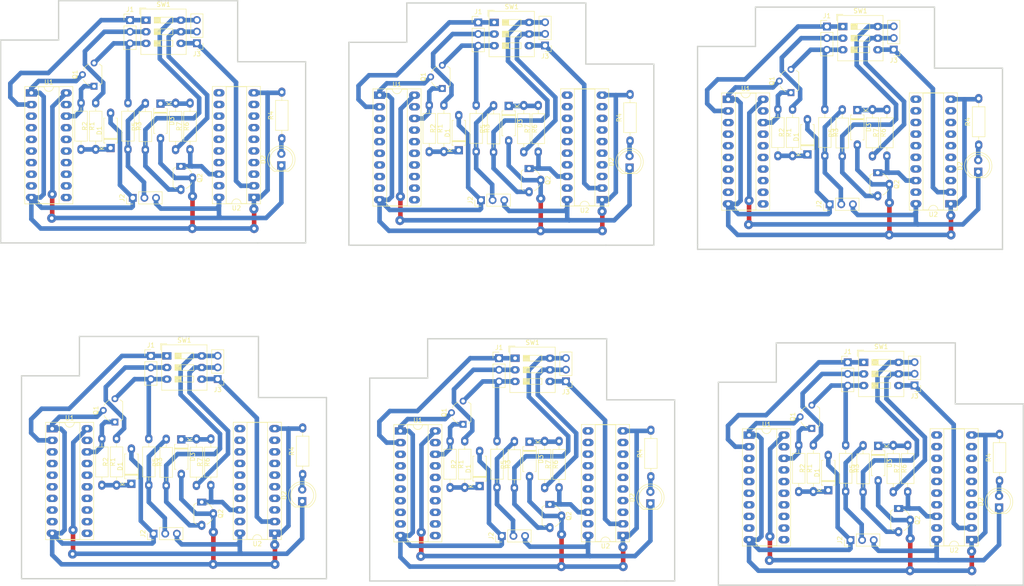
<source format=kicad_pcb>
(kicad_pcb (version 20171130) (host pcbnew "(5.1.6)-1")
  (layers (0 F.Cu signal) (31 B.Cu signal) (34 B.Paste user) (35 F.Paste user) (36 B.SilkS user) (37 F.SilkS user) (38 B.Mask user) (39 F.Mask user) (44 Edge.Cuts user))
  (net 0 "")
  (net 1 "Net-(D1-Pad1)")
  (net 2 /GND)
  (net 3 /5V)
  (net 4 "Net-(D2-Pad2)")
  (net 5 "Net-(D3-Pad1)")
  (net 6 /TX_1)
  (net 7 /SDI_BUS_1)
  (net 8 /RX_1)
  (net 9 /3.3V)
  (net 10 /RX_2)
  (net 11 /SDI_BUS_2)
  (net 12 /TX_2)
  (net 13 "Net-(Q1-Pad1)")
  (net 14 "Net-(Q2-Pad1)")
  (net 15 "Net-(U1-Pad19)")
  (net 16 "Net-(U1-Pad9)")
  (net 17 "Net-(U1-Pad8)")
  (net 18 "Net-(U1-Pad17)")
  (net 19 "Net-(U1-Pad7)")
  (net 20 "Net-(U1-Pad16)")
  (net 21 "Net-(U1-Pad6)")
  (net 22 "Net-(U1-Pad15)")
  (net 23 "Net-(U1-Pad5)")
  (net 24 "Net-(U1-Pad14)")
  (net 25 "Net-(U1-Pad4)")
  (net 26 "Net-(U1-Pad13)")
  (net 27 "Net-(U1-Pad3)")
  (net 28 "Net-(U1-Pad12)")
  (net 29 "Net-(U1-Pad11)")
  (net 30 "Net-(U2-Pad11)")
  (net 31 "Net-(U2-Pad12)")
  (net 32 "Net-(U2-Pad3)")
  (net 33 "Net-(U2-Pad13)")
  (net 34 "Net-(U2-Pad4)")
  (net 35 "Net-(U2-Pad14)")
  (net 36 "Net-(U2-Pad5)")
  (net 37 "Net-(U2-Pad15)")
  (net 38 "Net-(U2-Pad6)")
  (net 39 "Net-(U2-Pad16)")
  (net 40 "Net-(U2-Pad7)")
  (net 41 "Net-(U2-Pad17)")
  (net 42 "Net-(U2-Pad8)")
  (net 43 "Net-(U2-Pad9)")
  (net 44 "Net-(U2-Pad19)")
  (module Resistor_THT:R_Axial_DIN0207_L6.3mm_D2.5mm_P10.16mm_Horizontal (layer F.Cu) (at 230.2 132.7 270)
    (fp_text reference R6 (at 5.08 -2.37 90) (layer F.SilkS))
    (fp_text value 510)
    (pad 2 thru_hole oval (at 10.16 0 270) (size 2 1.6) (drill oval 0.8) (layers *.Cu *.Mask))
    (pad 1 thru_hole oval (at 0 0 270) (size 2 1.6) (drill oval 0.8) (layers *.Cu *.Mask))
  )
  (module LED_THT:LED_D5.0mm (layer F.Cu) (at 253.3 146.3 90)
    (fp_text reference D2 (at 1.27 -3.96 90) (layer F.SilkS))
    (fp_text value LED)
    (pad 1 thru_hole rect (at 0 0 90) (size 1.8 1.8) (drill 0.9) (layers *.Cu *.Mask))
    (pad 2 thru_hole circle (at 2.54 0 90) (size 1.8 1.8) (drill 0.9) (layers *.Cu *.Mask))
  )
  (module Resistor_THT:R_Axial_DIN0207_L6.3mm_D2.5mm_P10.16mm_Horizontal (layer F.Cu) (at 209.55 132.65 270)
    (fp_text reference R1 (at 5.08 -2.37 90) (layer F.SilkS))
    (fp_text value 510)
    (pad 1 thru_hole oval (at 0 0 270) (size 2 1.6) (drill oval 0.8) (layers *.Cu *.Mask))
    (pad 2 thru_hole oval (at 10.16 0 270) (size 2 1.6) (drill oval 0.8) (layers *.Cu *.Mask))
  )
  (module Button_Switch_THT:SW_DIP_SPSTx03_Slide_9.78x9.8mm_W7.62mm_P2.54mm (layer F.Cu) (at 223.75 114.55)
    (fp_text reference SW1 (at 3.81 -3.42) (layer F.SilkS))
    (fp_text value SWITCH_MOODE)
    (pad 1 thru_hole rect (at 0 0) (size 2 1.6) (drill 0.8) (layers *.Cu *.Mask))
    (pad 4 thru_hole oval (at 7.62 5.08) (size 2 1.6) (drill 0.8) (layers *.Cu *.Mask))
    (pad 2 thru_hole oval (at 0 2.54) (size 2 1.6) (drill 0.8) (layers *.Cu *.Mask))
    (pad 5 thru_hole oval (at 7.62 2.54) (size 2 1.6) (drill 0.8) (layers *.Cu *.Mask))
    (pad 3 thru_hole oval (at 0 5.08) (size 2 1.6) (drill 0.8) (layers *.Cu *.Mask))
    (pad 6 thru_hole oval (at 7.62 0) (size 2 1.6) (drill 0.8) (layers *.Cu *.Mask))
  )
  (module Resistor_THT:R_Axial_DIN0207_L6.3mm_D2.5mm_P10.16mm_Horizontal (layer F.Cu) (at 253.4 140.45 90)
    (fp_text reference R4 (at 5.08 -2.37 90) (layer F.SilkS))
    (fp_text value 220)
    (pad 2 thru_hole oval (at 10.16 0 90) (size 2 1.6) (drill oval 0.8) (layers *.Cu *.Mask))
    (pad 1 thru_hole oval (at 0 0 90) (size 2 1.6) (drill oval 0.8) (layers *.Cu *.Mask))
  )
  (module Package_DIP:DIP-20_W7.62mm_Socket_LongPads (layer F.Cu) (at 247.3 153.3 180)
    (fp_text reference U2 (at 3.81 -2.33) (layer F.SilkS))
    (fp_text value 74HC240)
    (pad 1 thru_hole rect (at 0 0 180) (size 2.4 1.6) (drill 0.8) (layers *.Cu *.Mask))
    (pad 11 thru_hole oval (at 7.62 22.86 180) (size 2.4 1.6) (drill 0.8) (layers *.Cu *.Mask))
    (pad 2 thru_hole oval (at 0 2.54 180) (size 2.4 1.6) (drill 0.8) (layers *.Cu *.Mask))
    (pad 12 thru_hole oval (at 7.62 20.32 180) (size 2.4 1.6) (drill 0.8) (layers *.Cu *.Mask))
    (pad 3 thru_hole oval (at 0 5.08 180) (size 2.4 1.6) (drill 0.8) (layers *.Cu *.Mask))
    (pad 13 thru_hole oval (at 7.62 17.78 180) (size 2.4 1.6) (drill 0.8) (layers *.Cu *.Mask))
    (pad 4 thru_hole oval (at 0 7.62 180) (size 2.4 1.6) (drill 0.8) (layers *.Cu *.Mask))
    (pad 14 thru_hole oval (at 7.62 15.24 180) (size 2.4 1.6) (drill 0.8) (layers *.Cu *.Mask))
    (pad 5 thru_hole oval (at 0 10.16 180) (size 2.4 1.6) (drill 0.8) (layers *.Cu *.Mask))
    (pad 15 thru_hole oval (at 7.62 12.7 180) (size 2.4 1.6) (drill 0.8) (layers *.Cu *.Mask))
    (pad 6 thru_hole oval (at 0 12.7 180) (size 2.4 1.6) (drill 0.8) (layers *.Cu *.Mask))
    (pad 16 thru_hole oval (at 7.62 10.16 180) (size 2.4 1.6) (drill 0.8) (layers *.Cu *.Mask))
    (pad 7 thru_hole oval (at 0 15.24 180) (size 2.4 1.6) (drill 0.8) (layers *.Cu *.Mask))
    (pad 17 thru_hole oval (at 7.62 7.62 180) (size 2.4 1.6) (drill 0.8) (layers *.Cu *.Mask))
    (pad 8 thru_hole oval (at 0 17.78 180) (size 2.4 1.6) (drill 0.8) (layers *.Cu *.Mask))
    (pad 18 thru_hole oval (at 7.62 5.08 180) (size 2.4 1.6) (drill 0.8) (layers *.Cu *.Mask))
    (pad 9 thru_hole oval (at 0 20.32 180) (size 2.4 1.6) (drill 0.8) (layers *.Cu *.Mask))
    (pad 19 thru_hole oval (at 7.62 2.54 180) (size 2.4 1.6) (drill 0.8) (layers *.Cu *.Mask))
    (pad 10 thru_hole oval (at 0 22.86 180) (size 2.4 1.6) (drill 0.8) (layers *.Cu *.Mask))
    (pad 20 thru_hole oval (at 7.62 0 180) (size 2.4 1.6) (drill 0.8) (layers *.Cu *.Mask))
  )
  (module Connector_PinHeader_2.54mm:PinHeader_1x03_P2.54mm_Vertical (layer F.Cu) (at 220.85 153.4 90)
    (fp_text reference J2 (at 0 -2.33 90) (layer F.SilkS))
    (fp_text value POWER_PORT)
    (pad 1 thru_hole rect (at 0 0 90) (size 1.7 1.7) (drill 1) (layers *.Cu *.Mask))
    (pad 2 thru_hole oval (at 0 2.54 90) (size 1.7 1.7) (drill 1) (layers *.Cu *.Mask))
    (pad 3 thru_hole oval (at 0 5.08 90) (size 1.7 1.7) (drill 1) (layers *.Cu *.Mask))
  )
  (module Resistor_THT:R_Axial_DIN0207_L6.3mm_D2.5mm_P10.16mm_Horizontal (layer F.Cu) (at 219.8 132.64 270)
    (fp_text reference R3 (at 5.08 -2.37 90) (layer F.SilkS))
    (fp_text value 47K)
    (pad 2 thru_hole oval (at 10.16 0 270) (size 2 1.6) (drill oval 0.8) (layers *.Cu *.Mask))
    (pad 1 thru_hole oval (at 0 0 270) (size 2 1.6) (drill oval 0.8) (layers *.Cu *.Mask))
  )
  (module Diode_THT:D_A-405_P7.62mm_Horizontal (layer F.Cu) (at 216 142.5 90)
    (fp_text reference D1 (at 3.81 -2.47 90) (layer F.SilkS))
    (fp_text value D_Zener)
    (fp_text user K (at 0 -1.9 90) (layer F.SilkS))
    (pad 1 thru_hole rect (at 0 0 90) (size 1.8 1.8) (drill 0.9) (layers *.Cu *.Mask))
    (pad 2 thru_hole oval (at 7.62 0 90) (size 2 1.6) (drill oval 0.8) (layers *.Cu *.Mask))
  )
  (module Connector_PinHeader_2.54mm:PinHeader_1x03_P2.54mm_Vertical (layer F.Cu) (at 220.25 114.55)
    (fp_text reference J1 (at 0 -2.33) (layer F.SilkS))
    (fp_text value COMUNICATION_1)
    (pad 1 thru_hole rect (at 0 0) (size 1.7 1.7) (drill 1) (layers *.Cu *.Mask))
    (pad 2 thru_hole oval (at 0 2.54) (size 1.7 1.7) (drill 1) (layers *.Cu *.Mask))
    (pad 3 thru_hole oval (at 0 5.08) (size 1.7 1.7) (drill 1) (layers *.Cu *.Mask))
  )
  (module Connector_PinHeader_2.54mm:PinHeader_1x03_P2.54mm_Vertical (layer F.Cu) (at 234.85 119.6 180)
    (fp_text reference J3 (at 0 -2.33) (layer F.SilkS))
    (fp_text value COMUNICATION_2)
    (pad 3 thru_hole oval (at 0 5.08 180) (size 1.7 1.7) (drill 1) (layers *.Cu *.Mask))
    (pad 2 thru_hole oval (at 0 2.54 180) (size 1.7 1.7) (drill 1) (layers *.Cu *.Mask))
    (pad 1 thru_hole rect (at 0 0 180) (size 1.7 1.7) (drill 1) (layers *.Cu *.Mask))
  )
  (module Package_DIP:DIP-20_W7.62mm_Socket_LongPads (layer F.Cu) (at 198.7 130.46)
    (fp_text reference U1 (at 3.81 -2.33) (layer F.SilkS))
    (fp_text value 74HC240)
    (pad 20 thru_hole oval (at 7.62 0) (size 2.4 1.6) (drill 0.8) (layers *.Cu *.Mask))
    (pad 10 thru_hole oval (at 0 22.86) (size 2.4 1.6) (drill 0.8) (layers *.Cu *.Mask))
    (pad 19 thru_hole oval (at 7.62 2.54) (size 2.4 1.6) (drill 0.8) (layers *.Cu *.Mask))
    (pad 9 thru_hole oval (at 0 20.32) (size 2.4 1.6) (drill 0.8) (layers *.Cu *.Mask))
    (pad 18 thru_hole oval (at 7.62 5.08) (size 2.4 1.6) (drill 0.8) (layers *.Cu *.Mask))
    (pad 8 thru_hole oval (at 0 17.78) (size 2.4 1.6) (drill 0.8) (layers *.Cu *.Mask))
    (pad 17 thru_hole oval (at 7.62 7.62) (size 2.4 1.6) (drill 0.8) (layers *.Cu *.Mask))
    (pad 7 thru_hole oval (at 0 15.24) (size 2.4 1.6) (drill 0.8) (layers *.Cu *.Mask))
    (pad 16 thru_hole oval (at 7.62 10.16) (size 2.4 1.6) (drill 0.8) (layers *.Cu *.Mask))
    (pad 6 thru_hole oval (at 0 12.7) (size 2.4 1.6) (drill 0.8) (layers *.Cu *.Mask))
    (pad 15 thru_hole oval (at 7.62 12.7) (size 2.4 1.6) (drill 0.8) (layers *.Cu *.Mask))
    (pad 5 thru_hole oval (at 0 10.16) (size 2.4 1.6) (drill 0.8) (layers *.Cu *.Mask))
    (pad 14 thru_hole oval (at 7.62 15.24) (size 2.4 1.6) (drill 0.8) (layers *.Cu *.Mask))
    (pad 4 thru_hole oval (at 0 7.62) (size 2.4 1.6) (drill 0.8) (layers *.Cu *.Mask))
    (pad 13 thru_hole oval (at 7.62 17.78) (size 2.4 1.6) (drill 0.8) (layers *.Cu *.Mask))
    (pad 3 thru_hole oval (at 0 5.08) (size 2.4 1.6) (drill 0.8) (layers *.Cu *.Mask))
    (pad 12 thru_hole oval (at 7.62 20.32) (size 2.4 1.6) (drill 0.8) (layers *.Cu *.Mask))
    (pad 2 thru_hole oval (at 0 2.54) (size 2.4 1.6) (drill 0.8) (layers *.Cu *.Mask))
    (pad 11 thru_hole oval (at 7.62 22.86) (size 2.4 1.6) (drill 0.8) (layers *.Cu *.Mask))
    (pad 1 thru_hole rect (at 0 0) (size 2.4 1.6) (drill 0.8) (layers *.Cu *.Mask))
  )
  (module Resistor_THT:R_Axial_DIN0207_L6.3mm_D2.5mm_P10.16mm_Horizontal (layer F.Cu) (at 223.6 142.9 90)
    (fp_text reference R5 (at 5.08 -2.37 90) (layer F.SilkS))
    (fp_text value 47K)
    (pad 1 thru_hole oval (at 0 0 90) (size 2 1.6) (drill oval 0.8) (layers *.Cu *.Mask))
    (pad 2 thru_hole oval (at 10.16 0 90) (size 2 1.6) (drill oval 0.8) (layers *.Cu *.Mask))
  )
  (module Package_TO_SOT_THT:TO-92L_Wide (layer F.Cu) (at 212.4 129 90)
    (fp_text reference Q1 (at 2.55 -4.15 90) (layer F.SilkS))
    (fp_text value BSS123)
    (pad 2 thru_hole circle (at 2.54 -2.54 180) (size 1.5 1.5) (drill 0.8) (layers *.Cu *.Mask))
    (pad 3 thru_hole circle (at 5.08 0 180) (size 1.5 1.5) (drill 0.8) (layers *.Cu *.Mask))
    (pad 1 thru_hole rect (at 0 0 180) (size 1.5 1.5) (drill 0.8) (layers *.Cu *.Mask))
  )
  (module Resistor_THT:R_Axial_DIN0207_L6.3mm_D2.5mm_P10.16mm_Horizontal (layer F.Cu) (at 212.75 142.8 90)
    (fp_text reference R2 (at 5.08 -2.37 90) (layer F.SilkS))
    (fp_text value 510)
    (pad 1 thru_hole oval (at 0 0 90) (size 2 1.6) (drill oval 0.8) (layers *.Cu *.Mask))
    (pad 2 thru_hole oval (at 10.16 0 90) (size 2 1.6) (drill oval 0.8) (layers *.Cu *.Mask))
  )
  (module Resistor_THT:R_Axial_DIN0207_L6.3mm_D2.5mm_P10.16mm_Horizontal (layer F.Cu) (at 233.35 142.85 90)
    (fp_text reference R7 (at 5.08 -2.37 90) (layer F.SilkS))
    (fp_text value 510)
    (pad 1 thru_hole oval (at 0 0 90) (size 2 1.6) (drill oval 0.8) (layers *.Cu *.Mask))
    (pad 2 thru_hole oval (at 10.16 0 90) (size 2 1.6) (drill oval 0.8) (layers *.Cu *.Mask))
  )
  (module Diode_THT:D_A-405_P7.62mm_Horizontal (layer F.Cu) (at 226.9 132.8 270)
    (fp_text reference D3 (at 3.81 -2.47 90) (layer F.SilkS))
    (fp_text value D_Zener)
    (fp_text user K (at 0 -1.9 90) (layer F.SilkS))
    (pad 2 thru_hole oval (at 7.62 0 270) (size 2 1.6) (drill oval 0.8) (layers *.Cu *.Mask))
    (pad 1 thru_hole rect (at 0 0 270) (size 1.8 1.8) (drill 0.9) (layers *.Cu *.Mask))
  )
  (module Package_TO_SOT_THT:TO-92L_Wide (layer F.Cu) (at 231.35 146.5 270)
    (fp_text reference Q2 (at 2.55 -4.15 90) (layer F.SilkS))
    (fp_text value BSS123)
    (pad 1 thru_hole rect (at 0 0) (size 2 1.5) (drill 0.8) (layers *.Cu *.Mask))
    (pad 3 thru_hole oval (at 5.08 0 270) (size 2 1.6) (drill oval 0.8) (layers *.Cu *.Mask))
    (pad 2 thru_hole oval (at 2.54 -2.54 270) (size 2 1.6) (drill oval 0.8) (layers *.Cu *.Mask))
  )
  (module Connector_PinHeader_2.54mm:PinHeader_1x03_P2.54mm_Vertical (layer F.Cu) (at 144.7 152.5 90)
    (fp_text reference J2 (at 0 -2.33 90) (layer F.SilkS))
    (fp_text value POWER_PORT)
    (pad 1 thru_hole rect (at 0 0 90) (size 1.7 1.7) (drill 1) (layers *.Cu *.Mask))
    (pad 2 thru_hole oval (at 0 2.54 90) (size 1.7 1.7) (drill 1) (layers *.Cu *.Mask))
    (pad 3 thru_hole oval (at 0 5.08 90) (size 1.7 1.7) (drill 1) (layers *.Cu *.Mask))
  )
  (module Package_DIP:DIP-20_W7.62mm_Socket_LongPads (layer F.Cu) (at 122.55 129.56)
    (fp_text reference U1 (at 3.81 -2.33) (layer F.SilkS))
    (fp_text value 74HC240)
    (pad 20 thru_hole oval (at 7.62 0) (size 2.4 1.6) (drill 0.8) (layers *.Cu *.Mask))
    (pad 10 thru_hole oval (at 0 22.86) (size 2.4 1.6) (drill 0.8) (layers *.Cu *.Mask))
    (pad 19 thru_hole oval (at 7.62 2.54) (size 2.4 1.6) (drill 0.8) (layers *.Cu *.Mask))
    (pad 9 thru_hole oval (at 0 20.32) (size 2.4 1.6) (drill 0.8) (layers *.Cu *.Mask))
    (pad 18 thru_hole oval (at 7.62 5.08) (size 2.4 1.6) (drill 0.8) (layers *.Cu *.Mask))
    (pad 8 thru_hole oval (at 0 17.78) (size 2.4 1.6) (drill 0.8) (layers *.Cu *.Mask))
    (pad 17 thru_hole oval (at 7.62 7.62) (size 2.4 1.6) (drill 0.8) (layers *.Cu *.Mask))
    (pad 7 thru_hole oval (at 0 15.24) (size 2.4 1.6) (drill 0.8) (layers *.Cu *.Mask))
    (pad 16 thru_hole oval (at 7.62 10.16) (size 2.4 1.6) (drill 0.8) (layers *.Cu *.Mask))
    (pad 6 thru_hole oval (at 0 12.7) (size 2.4 1.6) (drill 0.8) (layers *.Cu *.Mask))
    (pad 15 thru_hole oval (at 7.62 12.7) (size 2.4 1.6) (drill 0.8) (layers *.Cu *.Mask))
    (pad 5 thru_hole oval (at 0 10.16) (size 2.4 1.6) (drill 0.8) (layers *.Cu *.Mask))
    (pad 14 thru_hole oval (at 7.62 15.24) (size 2.4 1.6) (drill 0.8) (layers *.Cu *.Mask))
    (pad 4 thru_hole oval (at 0 7.62) (size 2.4 1.6) (drill 0.8) (layers *.Cu *.Mask))
    (pad 13 thru_hole oval (at 7.62 17.78) (size 2.4 1.6) (drill 0.8) (layers *.Cu *.Mask))
    (pad 3 thru_hole oval (at 0 5.08) (size 2.4 1.6) (drill 0.8) (layers *.Cu *.Mask))
    (pad 12 thru_hole oval (at 7.62 20.32) (size 2.4 1.6) (drill 0.8) (layers *.Cu *.Mask))
    (pad 2 thru_hole oval (at 0 2.54) (size 2.4 1.6) (drill 0.8) (layers *.Cu *.Mask))
    (pad 11 thru_hole oval (at 7.62 22.86) (size 2.4 1.6) (drill 0.8) (layers *.Cu *.Mask))
    (pad 1 thru_hole rect (at 0 0) (size 2.4 1.6) (drill 0.8) (layers *.Cu *.Mask))
  )
  (module Resistor_THT:R_Axial_DIN0207_L6.3mm_D2.5mm_P10.16mm_Horizontal (layer F.Cu) (at 133.4 131.75 270)
    (fp_text reference R1 (at 5.08 -2.37 90) (layer F.SilkS))
    (fp_text value 510)
    (pad 1 thru_hole oval (at 0 0 270) (size 2 1.6) (drill oval 0.8) (layers *.Cu *.Mask))
    (pad 2 thru_hole oval (at 10.16 0 270) (size 2 1.6) (drill oval 0.8) (layers *.Cu *.Mask))
  )
  (module LED_THT:LED_D5.0mm (layer F.Cu) (at 177.15 145.4 90)
    (fp_text reference D2 (at 1.27 -3.96 90) (layer F.SilkS))
    (fp_text value LED)
    (pad 1 thru_hole rect (at 0 0 90) (size 1.8 1.8) (drill 0.9) (layers *.Cu *.Mask))
    (pad 2 thru_hole circle (at 2.54 0 90) (size 1.8 1.8) (drill 0.9) (layers *.Cu *.Mask))
  )
  (module Package_DIP:DIP-20_W7.62mm_Socket_LongPads (layer F.Cu) (at 171.15 152.4 180)
    (fp_text reference U2 (at 3.81 -2.33) (layer F.SilkS))
    (fp_text value 74HC240)
    (pad 1 thru_hole rect (at 0 0 180) (size 2.4 1.6) (drill 0.8) (layers *.Cu *.Mask))
    (pad 11 thru_hole oval (at 7.62 22.86 180) (size 2.4 1.6) (drill 0.8) (layers *.Cu *.Mask))
    (pad 2 thru_hole oval (at 0 2.54 180) (size 2.4 1.6) (drill 0.8) (layers *.Cu *.Mask))
    (pad 12 thru_hole oval (at 7.62 20.32 180) (size 2.4 1.6) (drill 0.8) (layers *.Cu *.Mask))
    (pad 3 thru_hole oval (at 0 5.08 180) (size 2.4 1.6) (drill 0.8) (layers *.Cu *.Mask))
    (pad 13 thru_hole oval (at 7.62 17.78 180) (size 2.4 1.6) (drill 0.8) (layers *.Cu *.Mask))
    (pad 4 thru_hole oval (at 0 7.62 180) (size 2.4 1.6) (drill 0.8) (layers *.Cu *.Mask))
    (pad 14 thru_hole oval (at 7.62 15.24 180) (size 2.4 1.6) (drill 0.8) (layers *.Cu *.Mask))
    (pad 5 thru_hole oval (at 0 10.16 180) (size 2.4 1.6) (drill 0.8) (layers *.Cu *.Mask))
    (pad 15 thru_hole oval (at 7.62 12.7 180) (size 2.4 1.6) (drill 0.8) (layers *.Cu *.Mask))
    (pad 6 thru_hole oval (at 0 12.7 180) (size 2.4 1.6) (drill 0.8) (layers *.Cu *.Mask))
    (pad 16 thru_hole oval (at 7.62 10.16 180) (size 2.4 1.6) (drill 0.8) (layers *.Cu *.Mask))
    (pad 7 thru_hole oval (at 0 15.24 180) (size 2.4 1.6) (drill 0.8) (layers *.Cu *.Mask))
    (pad 17 thru_hole oval (at 7.62 7.62 180) (size 2.4 1.6) (drill 0.8) (layers *.Cu *.Mask))
    (pad 8 thru_hole oval (at 0 17.78 180) (size 2.4 1.6) (drill 0.8) (layers *.Cu *.Mask))
    (pad 18 thru_hole oval (at 7.62 5.08 180) (size 2.4 1.6) (drill 0.8) (layers *.Cu *.Mask))
    (pad 9 thru_hole oval (at 0 20.32 180) (size 2.4 1.6) (drill 0.8) (layers *.Cu *.Mask))
    (pad 19 thru_hole oval (at 7.62 2.54 180) (size 2.4 1.6) (drill 0.8) (layers *.Cu *.Mask))
    (pad 10 thru_hole oval (at 0 22.86 180) (size 2.4 1.6) (drill 0.8) (layers *.Cu *.Mask))
    (pad 20 thru_hole oval (at 7.62 0 180) (size 2.4 1.6) (drill 0.8) (layers *.Cu *.Mask))
  )
  (module Resistor_THT:R_Axial_DIN0207_L6.3mm_D2.5mm_P10.16mm_Horizontal (layer F.Cu) (at 147.45 142 90)
    (fp_text reference R5 (at 5.08 -2.37 90) (layer F.SilkS))
    (fp_text value 47K)
    (pad 1 thru_hole oval (at 0 0 90) (size 2 1.6) (drill oval 0.8) (layers *.Cu *.Mask))
    (pad 2 thru_hole oval (at 10.16 0 90) (size 2 1.6) (drill oval 0.8) (layers *.Cu *.Mask))
  )
  (module Package_TO_SOT_THT:TO-92L_Wide (layer F.Cu) (at 136.25 128.1 90)
    (fp_text reference Q1 (at 2.55 -4.15 90) (layer F.SilkS))
    (fp_text value BSS123)
    (pad 2 thru_hole circle (at 2.54 -2.54 180) (size 1.5 1.5) (drill 0.8) (layers *.Cu *.Mask))
    (pad 3 thru_hole circle (at 5.08 0 180) (size 1.5 1.5) (drill 0.8) (layers *.Cu *.Mask))
    (pad 1 thru_hole rect (at 0 0 180) (size 1.5 1.5) (drill 0.8) (layers *.Cu *.Mask))
  )
  (module Package_TO_SOT_THT:TO-92L_Wide (layer F.Cu) (at 155.2 145.6 270)
    (fp_text reference Q2 (at 2.55 -4.15 90) (layer F.SilkS))
    (fp_text value BSS123)
    (pad 1 thru_hole rect (at 0 0) (size 2 1.5) (drill 0.8) (layers *.Cu *.Mask))
    (pad 3 thru_hole oval (at 5.08 0 270) (size 2 1.6) (drill oval 0.8) (layers *.Cu *.Mask))
    (pad 2 thru_hole oval (at 2.54 -2.54 270) (size 2 1.6) (drill oval 0.8) (layers *.Cu *.Mask))
  )
  (module Connector_PinHeader_2.54mm:PinHeader_1x03_P2.54mm_Vertical (layer F.Cu) (at 158.7 118.7 180)
    (fp_text reference J3 (at 0 -2.33) (layer F.SilkS))
    (fp_text value COMUNICATION_2)
    (pad 3 thru_hole oval (at 0 5.08 180) (size 1.7 1.7) (drill 1) (layers *.Cu *.Mask))
    (pad 2 thru_hole oval (at 0 2.54 180) (size 1.7 1.7) (drill 1) (layers *.Cu *.Mask))
    (pad 1 thru_hole rect (at 0 0 180) (size 1.7 1.7) (drill 1) (layers *.Cu *.Mask))
  )
  (module Connector_PinHeader_2.54mm:PinHeader_1x03_P2.54mm_Vertical (layer F.Cu) (at 144.1 113.65)
    (fp_text reference J1 (at 0 -2.33) (layer F.SilkS))
    (fp_text value COMUNICATION_1)
    (pad 1 thru_hole rect (at 0 0) (size 1.7 1.7) (drill 1) (layers *.Cu *.Mask))
    (pad 2 thru_hole oval (at 0 2.54) (size 1.7 1.7) (drill 1) (layers *.Cu *.Mask))
    (pad 3 thru_hole oval (at 0 5.08) (size 1.7 1.7) (drill 1) (layers *.Cu *.Mask))
  )
  (module Diode_THT:D_A-405_P7.62mm_Horizontal (layer F.Cu) (at 139.85 141.6 90)
    (fp_text reference D1 (at 3.81 -2.47 90) (layer F.SilkS))
    (fp_text value D_Zener)
    (fp_text user K (at 0 -1.9 90) (layer F.SilkS))
    (pad 1 thru_hole rect (at 0 0 90) (size 1.8 1.8) (drill 0.9) (layers *.Cu *.Mask))
    (pad 2 thru_hole oval (at 7.62 0 90) (size 2 1.6) (drill oval 0.8) (layers *.Cu *.Mask))
  )
  (module Resistor_THT:R_Axial_DIN0207_L6.3mm_D2.5mm_P10.16mm_Horizontal (layer F.Cu) (at 177.25 139.55 90)
    (fp_text reference R4 (at 5.08 -2.37 90) (layer F.SilkS))
    (fp_text value 220)
    (pad 2 thru_hole oval (at 10.16 0 90) (size 2 1.6) (drill oval 0.8) (layers *.Cu *.Mask))
    (pad 1 thru_hole oval (at 0 0 90) (size 2 1.6) (drill oval 0.8) (layers *.Cu *.Mask))
  )
  (module Button_Switch_THT:SW_DIP_SPSTx03_Slide_9.78x9.8mm_W7.62mm_P2.54mm (layer F.Cu) (at 147.6 113.65)
    (fp_text reference SW1 (at 3.81 -3.42) (layer F.SilkS))
    (fp_text value SWITCH_MOODE)
    (pad 1 thru_hole rect (at 0 0) (size 2 1.6) (drill 0.8) (layers *.Cu *.Mask))
    (pad 4 thru_hole oval (at 7.62 5.08) (size 2 1.6) (drill 0.8) (layers *.Cu *.Mask))
    (pad 2 thru_hole oval (at 0 2.54) (size 2 1.6) (drill 0.8) (layers *.Cu *.Mask))
    (pad 5 thru_hole oval (at 7.62 2.54) (size 2 1.6) (drill 0.8) (layers *.Cu *.Mask))
    (pad 3 thru_hole oval (at 0 5.08) (size 2 1.6) (drill 0.8) (layers *.Cu *.Mask))
    (pad 6 thru_hole oval (at 7.62 0) (size 2 1.6) (drill 0.8) (layers *.Cu *.Mask))
  )
  (module Resistor_THT:R_Axial_DIN0207_L6.3mm_D2.5mm_P10.16mm_Horizontal (layer F.Cu) (at 136.6 141.9 90)
    (fp_text reference R2 (at 5.08 -2.37 90) (layer F.SilkS))
    (fp_text value 510)
    (pad 1 thru_hole oval (at 0 0 90) (size 2 1.6) (drill oval 0.8) (layers *.Cu *.Mask))
    (pad 2 thru_hole oval (at 10.16 0 90) (size 2 1.6) (drill oval 0.8) (layers *.Cu *.Mask))
  )
  (module Resistor_THT:R_Axial_DIN0207_L6.3mm_D2.5mm_P10.16mm_Horizontal (layer F.Cu) (at 154.05 131.8 270)
    (fp_text reference R6 (at 5.08 -2.37 90) (layer F.SilkS))
    (fp_text value 510)
    (pad 2 thru_hole oval (at 10.16 0 270) (size 2 1.6) (drill oval 0.8) (layers *.Cu *.Mask))
    (pad 1 thru_hole oval (at 0 0 270) (size 2 1.6) (drill oval 0.8) (layers *.Cu *.Mask))
  )
  (module Resistor_THT:R_Axial_DIN0207_L6.3mm_D2.5mm_P10.16mm_Horizontal (layer F.Cu) (at 143.65 131.74 270)
    (fp_text reference R3 (at 5.08 -2.37 90) (layer F.SilkS))
    (fp_text value 47K)
    (pad 2 thru_hole oval (at 10.16 0 270) (size 2 1.6) (drill oval 0.8) (layers *.Cu *.Mask))
    (pad 1 thru_hole oval (at 0 0 270) (size 2 1.6) (drill oval 0.8) (layers *.Cu *.Mask))
  )
  (module Resistor_THT:R_Axial_DIN0207_L6.3mm_D2.5mm_P10.16mm_Horizontal (layer F.Cu) (at 157.2 141.95 90)
    (fp_text reference R7 (at 5.08 -2.37 90) (layer F.SilkS))
    (fp_text value 510)
    (pad 1 thru_hole oval (at 0 0 90) (size 2 1.6) (drill oval 0.8) (layers *.Cu *.Mask))
    (pad 2 thru_hole oval (at 10.16 0 90) (size 2 1.6) (drill oval 0.8) (layers *.Cu *.Mask))
  )
  (module Diode_THT:D_A-405_P7.62mm_Horizontal (layer F.Cu) (at 150.75 131.9 270)
    (fp_text reference D3 (at 3.81 -2.47 90) (layer F.SilkS))
    (fp_text value D_Zener)
    (fp_text user K (at 0 -1.9 90) (layer F.SilkS))
    (pad 2 thru_hole oval (at 7.62 0 270) (size 2 1.6) (drill oval 0.8) (layers *.Cu *.Mask))
    (pad 1 thru_hole rect (at 0 0 270) (size 1.8 1.8) (drill 0.9) (layers *.Cu *.Mask))
  )
  (module Resistor_THT:R_Axial_DIN0207_L6.3mm_D2.5mm_P10.16mm_Horizontal (layer F.Cu) (at 60.55 141.4 90)
    (fp_text reference R2 (at 5.08 -2.37 90) (layer F.SilkS))
    (fp_text value 510)
    (pad 2 thru_hole oval (at 10.16 0 90) (size 2 1.6) (drill oval 0.8) (layers *.Cu *.Mask))
    (pad 1 thru_hole oval (at 0 0 90) (size 2 1.6) (drill oval 0.8) (layers *.Cu *.Mask))
  )
  (module Button_Switch_THT:SW_DIP_SPSTx03_Slide_9.78x9.8mm_W7.62mm_P2.54mm (layer F.Cu) (at 71.55 113.15)
    (fp_text reference SW1 (at 3.81 -3.42) (layer F.SilkS))
    (fp_text value SWITCH_MOODE)
    (pad 6 thru_hole oval (at 7.62 0) (size 2 1.6) (drill 0.8) (layers *.Cu *.Mask))
    (pad 3 thru_hole oval (at 0 5.08) (size 2 1.6) (drill 0.8) (layers *.Cu *.Mask))
    (pad 5 thru_hole oval (at 7.62 2.54) (size 2 1.6) (drill 0.8) (layers *.Cu *.Mask))
    (pad 2 thru_hole oval (at 0 2.54) (size 2 1.6) (drill 0.8) (layers *.Cu *.Mask))
    (pad 4 thru_hole oval (at 7.62 5.08) (size 2 1.6) (drill 0.8) (layers *.Cu *.Mask))
    (pad 1 thru_hole rect (at 0 0) (size 2 1.6) (drill 0.8) (layers *.Cu *.Mask))
  )
  (module Resistor_THT:R_Axial_DIN0207_L6.3mm_D2.5mm_P10.16mm_Horizontal (layer F.Cu) (at 78 131.3 270)
    (fp_text reference R6 (at 5.08 -2.37 90) (layer F.SilkS))
    (fp_text value 510)
    (pad 1 thru_hole oval (at 0 0 270) (size 2 1.6) (drill oval 0.8) (layers *.Cu *.Mask))
    (pad 2 thru_hole oval (at 10.16 0 270) (size 2 1.6) (drill oval 0.8) (layers *.Cu *.Mask))
  )
  (module Resistor_THT:R_Axial_DIN0207_L6.3mm_D2.5mm_P10.16mm_Horizontal (layer F.Cu) (at 67.6 131.24 270)
    (fp_text reference R3 (at 5.08 -2.37 90) (layer F.SilkS))
    (fp_text value 47K)
    (pad 1 thru_hole oval (at 0 0 270) (size 2 1.6) (drill oval 0.8) (layers *.Cu *.Mask))
    (pad 2 thru_hole oval (at 10.16 0 270) (size 2 1.6) (drill oval 0.8) (layers *.Cu *.Mask))
  )
  (module Diode_THT:D_A-405_P7.62mm_Horizontal (layer F.Cu) (at 74.7 131.4 270)
    (fp_text reference D3 (at 3.81 -2.47 90) (layer F.SilkS))
    (fp_text value D_Zener)
    (fp_text user K (at 0 -1.9 90) (layer F.SilkS))
    (pad 1 thru_hole rect (at 0 0 270) (size 1.8 1.8) (drill 0.9) (layers *.Cu *.Mask))
    (pad 2 thru_hole oval (at 7.62 0 270) (size 2 1.6) (drill oval 0.8) (layers *.Cu *.Mask))
  )
  (module Resistor_THT:R_Axial_DIN0207_L6.3mm_D2.5mm_P10.16mm_Horizontal (layer F.Cu) (at 101.2 139.05 90)
    (fp_text reference R4 (at 5.08 -2.37 90) (layer F.SilkS))
    (fp_text value 220)
    (pad 1 thru_hole oval (at 0 0 90) (size 2 1.6) (drill oval 0.8) (layers *.Cu *.Mask))
    (pad 2 thru_hole oval (at 10.16 0 90) (size 2 1.6) (drill oval 0.8) (layers *.Cu *.Mask))
  )
  (module Resistor_THT:R_Axial_DIN0207_L6.3mm_D2.5mm_P10.16mm_Horizontal (layer F.Cu) (at 81.15 141.45 90)
    (fp_text reference R7 (at 5.08 -2.37 90) (layer F.SilkS))
    (fp_text value 510)
    (pad 2 thru_hole oval (at 10.16 0 90) (size 2 1.6) (drill oval 0.8) (layers *.Cu *.Mask))
    (pad 1 thru_hole oval (at 0 0 90) (size 2 1.6) (drill oval 0.8) (layers *.Cu *.Mask))
  )
  (module Package_DIP:DIP-20_W7.62mm_Socket_LongPads (layer F.Cu) (at 46.5 129.06)
    (fp_text reference U1 (at 3.81 -2.33) (layer F.SilkS))
    (fp_text value 74HC240)
    (pad 1 thru_hole rect (at 0 0) (size 2.4 1.6) (drill 0.8) (layers *.Cu *.Mask))
    (pad 11 thru_hole oval (at 7.62 22.86) (size 2.4 1.6) (drill 0.8) (layers *.Cu *.Mask))
    (pad 2 thru_hole oval (at 0 2.54) (size 2.4 1.6) (drill 0.8) (layers *.Cu *.Mask))
    (pad 12 thru_hole oval (at 7.62 20.32) (size 2.4 1.6) (drill 0.8) (layers *.Cu *.Mask))
    (pad 3 thru_hole oval (at 0 5.08) (size 2.4 1.6) (drill 0.8) (layers *.Cu *.Mask))
    (pad 13 thru_hole oval (at 7.62 17.78) (size 2.4 1.6) (drill 0.8) (layers *.Cu *.Mask))
    (pad 4 thru_hole oval (at 0 7.62) (size 2.4 1.6) (drill 0.8) (layers *.Cu *.Mask))
    (pad 14 thru_hole oval (at 7.62 15.24) (size 2.4 1.6) (drill 0.8) (layers *.Cu *.Mask))
    (pad 5 thru_hole oval (at 0 10.16) (size 2.4 1.6) (drill 0.8) (layers *.Cu *.Mask))
    (pad 15 thru_hole oval (at 7.62 12.7) (size 2.4 1.6) (drill 0.8) (layers *.Cu *.Mask))
    (pad 6 thru_hole oval (at 0 12.7) (size 2.4 1.6) (drill 0.8) (layers *.Cu *.Mask))
    (pad 16 thru_hole oval (at 7.62 10.16) (size 2.4 1.6) (drill 0.8) (layers *.Cu *.Mask))
    (pad 7 thru_hole oval (at 0 15.24) (size 2.4 1.6) (drill 0.8) (layers *.Cu *.Mask))
    (pad 17 thru_hole oval (at 7.62 7.62) (size 2.4 1.6) (drill 0.8) (layers *.Cu *.Mask))
    (pad 8 thru_hole oval (at 0 17.78) (size 2.4 1.6) (drill 0.8) (layers *.Cu *.Mask))
    (pad 18 thru_hole oval (at 7.62 5.08) (size 2.4 1.6) (drill 0.8) (layers *.Cu *.Mask))
    (pad 9 thru_hole oval (at 0 20.32) (size 2.4 1.6) (drill 0.8) (layers *.Cu *.Mask))
    (pad 19 thru_hole oval (at 7.62 2.54) (size 2.4 1.6) (drill 0.8) (layers *.Cu *.Mask))
    (pad 10 thru_hole oval (at 0 22.86) (size 2.4 1.6) (drill 0.8) (layers *.Cu *.Mask))
    (pad 20 thru_hole oval (at 7.62 0) (size 2.4 1.6) (drill 0.8) (layers *.Cu *.Mask))
  )
  (module Package_TO_SOT_THT:TO-92L_Wide (layer F.Cu) (at 60.2 127.6 90)
    (fp_text reference Q1 (at 2.55 -4.15 90) (layer F.SilkS))
    (fp_text value BSS123)
    (pad 1 thru_hole rect (at 0 0 180) (size 1.5 1.5) (drill 0.8) (layers *.Cu *.Mask))
    (pad 3 thru_hole circle (at 5.08 0 180) (size 1.5 1.5) (drill 0.8) (layers *.Cu *.Mask))
    (pad 2 thru_hole circle (at 2.54 -2.54 180) (size 1.5 1.5) (drill 0.8) (layers *.Cu *.Mask))
  )
  (module Package_DIP:DIP-20_W7.62mm_Socket_LongPads (layer F.Cu) (at 95.1 151.9 180)
    (fp_text reference U2 (at 3.81 -2.33) (layer F.SilkS))
    (fp_text value 74HC240)
    (pad 20 thru_hole oval (at 7.62 0 180) (size 2.4 1.6) (drill 0.8) (layers *.Cu *.Mask))
    (pad 10 thru_hole oval (at 0 22.86 180) (size 2.4 1.6) (drill 0.8) (layers *.Cu *.Mask))
    (pad 19 thru_hole oval (at 7.62 2.54 180) (size 2.4 1.6) (drill 0.8) (layers *.Cu *.Mask))
    (pad 9 thru_hole oval (at 0 20.32 180) (size 2.4 1.6) (drill 0.8) (layers *.Cu *.Mask))
    (pad 18 thru_hole oval (at 7.62 5.08 180) (size 2.4 1.6) (drill 0.8) (layers *.Cu *.Mask))
    (pad 8 thru_hole oval (at 0 17.78 180) (size 2.4 1.6) (drill 0.8) (layers *.Cu *.Mask))
    (pad 17 thru_hole oval (at 7.62 7.62 180) (size 2.4 1.6) (drill 0.8) (layers *.Cu *.Mask))
    (pad 7 thru_hole oval (at 0 15.24 180) (size 2.4 1.6) (drill 0.8) (layers *.Cu *.Mask))
    (pad 16 thru_hole oval (at 7.62 10.16 180) (size 2.4 1.6) (drill 0.8) (layers *.Cu *.Mask))
    (pad 6 thru_hole oval (at 0 12.7 180) (size 2.4 1.6) (drill 0.8) (layers *.Cu *.Mask))
    (pad 15 thru_hole oval (at 7.62 12.7 180) (size 2.4 1.6) (drill 0.8) (layers *.Cu *.Mask))
    (pad 5 thru_hole oval (at 0 10.16 180) (size 2.4 1.6) (drill 0.8) (layers *.Cu *.Mask))
    (pad 14 thru_hole oval (at 7.62 15.24 180) (size 2.4 1.6) (drill 0.8) (layers *.Cu *.Mask))
    (pad 4 thru_hole oval (at 0 7.62 180) (size 2.4 1.6) (drill 0.8) (layers *.Cu *.Mask))
    (pad 13 thru_hole oval (at 7.62 17.78 180) (size 2.4 1.6) (drill 0.8) (layers *.Cu *.Mask))
    (pad 3 thru_hole oval (at 0 5.08 180) (size 2.4 1.6) (drill 0.8) (layers *.Cu *.Mask))
    (pad 12 thru_hole oval (at 7.62 20.32 180) (size 2.4 1.6) (drill 0.8) (layers *.Cu *.Mask))
    (pad 2 thru_hole oval (at 0 2.54 180) (size 2.4 1.6) (drill 0.8) (layers *.Cu *.Mask))
    (pad 11 thru_hole oval (at 7.62 22.86 180) (size 2.4 1.6) (drill 0.8) (layers *.Cu *.Mask))
    (pad 1 thru_hole rect (at 0 0 180) (size 2.4 1.6) (drill 0.8) (layers *.Cu *.Mask))
  )
  (module Resistor_THT:R_Axial_DIN0207_L6.3mm_D2.5mm_P10.16mm_Horizontal (layer F.Cu) (at 57.35 131.25 270)
    (fp_text reference R1 (at 5.08 -2.37 90) (layer F.SilkS))
    (fp_text value 510)
    (pad 2 thru_hole oval (at 10.16 0 270) (size 2 1.6) (drill oval 0.8) (layers *.Cu *.Mask))
    (pad 1 thru_hole oval (at 0 0 270) (size 2 1.6) (drill oval 0.8) (layers *.Cu *.Mask))
  )
  (module Diode_THT:D_A-405_P7.62mm_Horizontal (layer F.Cu) (at 63.8 141.1 90)
    (fp_text reference D1 (at 3.81 -2.47 90) (layer F.SilkS))
    (fp_text value D_Zener)
    (fp_text user K (at 0 -1.9 90) (layer F.SilkS))
    (pad 2 thru_hole oval (at 7.62 0 90) (size 2 1.6) (drill oval 0.8) (layers *.Cu *.Mask))
    (pad 1 thru_hole rect (at 0 0 90) (size 1.8 1.8) (drill 0.9) (layers *.Cu *.Mask))
  )
  (module LED_THT:LED_D5.0mm (layer F.Cu) (at 101.1 144.9 90)
    (fp_text reference D2 (at 1.27 -3.96 90) (layer F.SilkS))
    (fp_text value LED)
    (pad 2 thru_hole circle (at 2.54 0 90) (size 1.8 1.8) (drill 0.9) (layers *.Cu *.Mask))
    (pad 1 thru_hole rect (at 0 0 90) (size 1.8 1.8) (drill 0.9) (layers *.Cu *.Mask))
  )
  (module Resistor_THT:R_Axial_DIN0207_L6.3mm_D2.5mm_P10.16mm_Horizontal (layer F.Cu) (at 71.4 141.5 90)
    (fp_text reference R5 (at 5.08 -2.37 90) (layer F.SilkS))
    (fp_text value 47K)
    (pad 2 thru_hole oval (at 10.16 0 90) (size 2 1.6) (drill oval 0.8) (layers *.Cu *.Mask))
    (pad 1 thru_hole oval (at 0 0 90) (size 2 1.6) (drill oval 0.8) (layers *.Cu *.Mask))
  )
  (module Connector_PinHeader_2.54mm:PinHeader_1x03_P2.54mm_Vertical (layer F.Cu) (at 68.65 152 90)
    (fp_text reference J2 (at 0 -2.33 90) (layer F.SilkS))
    (fp_text value POWER_PORT)
    (pad 3 thru_hole oval (at 0 5.08 90) (size 1.7 1.7) (drill 1) (layers *.Cu *.Mask))
    (pad 2 thru_hole oval (at 0 2.54 90) (size 1.7 1.7) (drill 1) (layers *.Cu *.Mask))
    (pad 1 thru_hole rect (at 0 0 90) (size 1.7 1.7) (drill 1) (layers *.Cu *.Mask))
  )
  (module Package_TO_SOT_THT:TO-92L_Wide (layer F.Cu) (at 79.15 145.1 270)
    (fp_text reference Q2 (at 2.55 -4.15 90) (layer F.SilkS))
    (fp_text value BSS123)
    (pad 2 thru_hole oval (at 2.54 -2.54 270) (size 2 1.6) (drill oval 0.8) (layers *.Cu *.Mask))
    (pad 3 thru_hole oval (at 5.08 0 270) (size 2 1.6) (drill oval 0.8) (layers *.Cu *.Mask))
    (pad 1 thru_hole rect (at 0 0) (size 2 1.5) (drill 0.8) (layers *.Cu *.Mask))
  )
  (module Connector_PinHeader_2.54mm:PinHeader_1x03_P2.54mm_Vertical (layer F.Cu) (at 68.05 113.15)
    (fp_text reference J1 (at 0 -2.33) (layer F.SilkS))
    (fp_text value COMUNICATION_1)
    (pad 3 thru_hole oval (at 0 5.08) (size 1.7 1.7) (drill 1) (layers *.Cu *.Mask))
    (pad 2 thru_hole oval (at 0 2.54) (size 1.7 1.7) (drill 1) (layers *.Cu *.Mask))
    (pad 1 thru_hole rect (at 0 0) (size 1.7 1.7) (drill 1) (layers *.Cu *.Mask))
  )
  (module Connector_PinHeader_2.54mm:PinHeader_1x03_P2.54mm_Vertical (layer F.Cu) (at 82.65 118.2 180)
    (fp_text reference J3 (at 0 -2.33) (layer F.SilkS))
    (fp_text value COMUNICATION_2)
    (pad 1 thru_hole rect (at 0 0 180) (size 1.7 1.7) (drill 1) (layers *.Cu *.Mask))
    (pad 2 thru_hole oval (at 0 2.54 180) (size 1.7 1.7) (drill 1) (layers *.Cu *.Mask))
    (pad 3 thru_hole oval (at 0 5.08 180) (size 1.7 1.7) (drill 1) (layers *.Cu *.Mask))
  )
  (module Resistor_THT:R_Axial_DIN0207_L6.3mm_D2.5mm_P10.16mm_Horizontal (layer F.Cu) (at 208.2 69.4 90)
    (fp_text reference R2 (at 5.08 -2.37 90) (layer F.SilkS))
    (fp_text value 510)
    (pad 2 thru_hole oval (at 10.16 0 90) (size 2 1.6) (drill oval 0.8) (layers *.Cu *.Mask))
    (pad 1 thru_hole oval (at 0 0 90) (size 2 1.6) (drill oval 0.8) (layers *.Cu *.Mask))
  )
  (module Button_Switch_THT:SW_DIP_SPSTx03_Slide_9.78x9.8mm_W7.62mm_P2.54mm (layer F.Cu) (at 219.2 41.15)
    (fp_text reference SW1 (at 3.81 -3.42) (layer F.SilkS))
    (fp_text value SWITCH_MOODE)
    (pad 6 thru_hole oval (at 7.62 0) (size 2 1.6) (drill 0.8) (layers *.Cu *.Mask))
    (pad 3 thru_hole oval (at 0 5.08) (size 2 1.6) (drill 0.8) (layers *.Cu *.Mask))
    (pad 5 thru_hole oval (at 7.62 2.54) (size 2 1.6) (drill 0.8) (layers *.Cu *.Mask))
    (pad 2 thru_hole oval (at 0 2.54) (size 2 1.6) (drill 0.8) (layers *.Cu *.Mask))
    (pad 4 thru_hole oval (at 7.62 5.08) (size 2 1.6) (drill 0.8) (layers *.Cu *.Mask))
    (pad 1 thru_hole rect (at 0 0) (size 2 1.6) (drill 0.8) (layers *.Cu *.Mask))
  )
  (module Resistor_THT:R_Axial_DIN0207_L6.3mm_D2.5mm_P10.16mm_Horizontal (layer F.Cu) (at 225.65 59.3 270)
    (fp_text reference R6 (at 5.08 -2.37 90) (layer F.SilkS))
    (fp_text value 510)
    (pad 1 thru_hole oval (at 0 0 270) (size 2 1.6) (drill oval 0.8) (layers *.Cu *.Mask))
    (pad 2 thru_hole oval (at 10.16 0 270) (size 2 1.6) (drill oval 0.8) (layers *.Cu *.Mask))
  )
  (module Resistor_THT:R_Axial_DIN0207_L6.3mm_D2.5mm_P10.16mm_Horizontal (layer F.Cu) (at 215.25 59.24 270)
    (fp_text reference R3 (at 5.08 -2.37 90) (layer F.SilkS))
    (fp_text value 47K)
    (pad 1 thru_hole oval (at 0 0 270) (size 2 1.6) (drill oval 0.8) (layers *.Cu *.Mask))
    (pad 2 thru_hole oval (at 10.16 0 270) (size 2 1.6) (drill oval 0.8) (layers *.Cu *.Mask))
  )
  (module Diode_THT:D_A-405_P7.62mm_Horizontal (layer F.Cu) (at 222.35 59.4 270)
    (fp_text reference D3 (at 3.81 -2.47 90) (layer F.SilkS))
    (fp_text value D_Zener)
    (fp_text user K (at 0 -1.9 90) (layer F.SilkS))
    (pad 1 thru_hole rect (at 0 0 270) (size 1.8 1.8) (drill 0.9) (layers *.Cu *.Mask))
    (pad 2 thru_hole oval (at 7.62 0 270) (size 2 1.6) (drill oval 0.8) (layers *.Cu *.Mask))
  )
  (module Resistor_THT:R_Axial_DIN0207_L6.3mm_D2.5mm_P10.16mm_Horizontal (layer F.Cu) (at 248.85 67.05 90)
    (fp_text reference R4 (at 5.08 -2.37 90) (layer F.SilkS))
    (fp_text value 220)
    (pad 1 thru_hole oval (at 0 0 90) (size 2 1.6) (drill oval 0.8) (layers *.Cu *.Mask))
    (pad 2 thru_hole oval (at 10.16 0 90) (size 2 1.6) (drill oval 0.8) (layers *.Cu *.Mask))
  )
  (module Resistor_THT:R_Axial_DIN0207_L6.3mm_D2.5mm_P10.16mm_Horizontal (layer F.Cu) (at 228.8 69.45 90)
    (fp_text reference R7 (at 5.08 -2.37 90) (layer F.SilkS))
    (fp_text value 510)
    (pad 2 thru_hole oval (at 10.16 0 90) (size 2 1.6) (drill oval 0.8) (layers *.Cu *.Mask))
    (pad 1 thru_hole oval (at 0 0 90) (size 2 1.6) (drill oval 0.8) (layers *.Cu *.Mask))
  )
  (module Package_DIP:DIP-20_W7.62mm_Socket_LongPads (layer F.Cu) (at 194.15 57.06)
    (fp_text reference U1 (at 3.81 -2.33) (layer F.SilkS))
    (fp_text value 74HC240)
    (pad 1 thru_hole rect (at 0 0) (size 2.4 1.6) (drill 0.8) (layers *.Cu *.Mask))
    (pad 11 thru_hole oval (at 7.62 22.86) (size 2.4 1.6) (drill 0.8) (layers *.Cu *.Mask))
    (pad 2 thru_hole oval (at 0 2.54) (size 2.4 1.6) (drill 0.8) (layers *.Cu *.Mask))
    (pad 12 thru_hole oval (at 7.62 20.32) (size 2.4 1.6) (drill 0.8) (layers *.Cu *.Mask))
    (pad 3 thru_hole oval (at 0 5.08) (size 2.4 1.6) (drill 0.8) (layers *.Cu *.Mask))
    (pad 13 thru_hole oval (at 7.62 17.78) (size 2.4 1.6) (drill 0.8) (layers *.Cu *.Mask))
    (pad 4 thru_hole oval (at 0 7.62) (size 2.4 1.6) (drill 0.8) (layers *.Cu *.Mask))
    (pad 14 thru_hole oval (at 7.62 15.24) (size 2.4 1.6) (drill 0.8) (layers *.Cu *.Mask))
    (pad 5 thru_hole oval (at 0 10.16) (size 2.4 1.6) (drill 0.8) (layers *.Cu *.Mask))
    (pad 15 thru_hole oval (at 7.62 12.7) (size 2.4 1.6) (drill 0.8) (layers *.Cu *.Mask))
    (pad 6 thru_hole oval (at 0 12.7) (size 2.4 1.6) (drill 0.8) (layers *.Cu *.Mask))
    (pad 16 thru_hole oval (at 7.62 10.16) (size 2.4 1.6) (drill 0.8) (layers *.Cu *.Mask))
    (pad 7 thru_hole oval (at 0 15.24) (size 2.4 1.6) (drill 0.8) (layers *.Cu *.Mask))
    (pad 17 thru_hole oval (at 7.62 7.62) (size 2.4 1.6) (drill 0.8) (layers *.Cu *.Mask))
    (pad 8 thru_hole oval (at 0 17.78) (size 2.4 1.6) (drill 0.8) (layers *.Cu *.Mask))
    (pad 18 thru_hole oval (at 7.62 5.08) (size 2.4 1.6) (drill 0.8) (layers *.Cu *.Mask))
    (pad 9 thru_hole oval (at 0 20.32) (size 2.4 1.6) (drill 0.8) (layers *.Cu *.Mask))
    (pad 19 thru_hole oval (at 7.62 2.54) (size 2.4 1.6) (drill 0.8) (layers *.Cu *.Mask))
    (pad 10 thru_hole oval (at 0 22.86) (size 2.4 1.6) (drill 0.8) (layers *.Cu *.Mask))
    (pad 20 thru_hole oval (at 7.62 0) (size 2.4 1.6) (drill 0.8) (layers *.Cu *.Mask))
  )
  (module Package_TO_SOT_THT:TO-92L_Wide (layer F.Cu) (at 207.85 55.6 90)
    (fp_text reference Q1 (at 2.55 -4.15 90) (layer F.SilkS))
    (fp_text value BSS123)
    (pad 1 thru_hole rect (at 0 0 180) (size 1.5 1.5) (drill 0.8) (layers *.Cu *.Mask))
    (pad 3 thru_hole circle (at 5.08 0 180) (size 1.5 1.5) (drill 0.8) (layers *.Cu *.Mask))
    (pad 2 thru_hole circle (at 2.54 -2.54 180) (size 1.5 1.5) (drill 0.8) (layers *.Cu *.Mask))
  )
  (module Package_DIP:DIP-20_W7.62mm_Socket_LongPads (layer F.Cu) (at 242.75 79.9 180)
    (fp_text reference U2 (at 3.81 -2.33) (layer F.SilkS))
    (fp_text value 74HC240)
    (pad 20 thru_hole oval (at 7.62 0 180) (size 2.4 1.6) (drill 0.8) (layers *.Cu *.Mask))
    (pad 10 thru_hole oval (at 0 22.86 180) (size 2.4 1.6) (drill 0.8) (layers *.Cu *.Mask))
    (pad 19 thru_hole oval (at 7.62 2.54 180) (size 2.4 1.6) (drill 0.8) (layers *.Cu *.Mask))
    (pad 9 thru_hole oval (at 0 20.32 180) (size 2.4 1.6) (drill 0.8) (layers *.Cu *.Mask))
    (pad 18 thru_hole oval (at 7.62 5.08 180) (size 2.4 1.6) (drill 0.8) (layers *.Cu *.Mask))
    (pad 8 thru_hole oval (at 0 17.78 180) (size 2.4 1.6) (drill 0.8) (layers *.Cu *.Mask))
    (pad 17 thru_hole oval (at 7.62 7.62 180) (size 2.4 1.6) (drill 0.8) (layers *.Cu *.Mask))
    (pad 7 thru_hole oval (at 0 15.24 180) (size 2.4 1.6) (drill 0.8) (layers *.Cu *.Mask))
    (pad 16 thru_hole oval (at 7.62 10.16 180) (size 2.4 1.6) (drill 0.8) (layers *.Cu *.Mask))
    (pad 6 thru_hole oval (at 0 12.7 180) (size 2.4 1.6) (drill 0.8) (layers *.Cu *.Mask))
    (pad 15 thru_hole oval (at 7.62 12.7 180) (size 2.4 1.6) (drill 0.8) (layers *.Cu *.Mask))
    (pad 5 thru_hole oval (at 0 10.16 180) (size 2.4 1.6) (drill 0.8) (layers *.Cu *.Mask))
    (pad 14 thru_hole oval (at 7.62 15.24 180) (size 2.4 1.6) (drill 0.8) (layers *.Cu *.Mask))
    (pad 4 thru_hole oval (at 0 7.62 180) (size 2.4 1.6) (drill 0.8) (layers *.Cu *.Mask))
    (pad 13 thru_hole oval (at 7.62 17.78 180) (size 2.4 1.6) (drill 0.8) (layers *.Cu *.Mask))
    (pad 3 thru_hole oval (at 0 5.08 180) (size 2.4 1.6) (drill 0.8) (layers *.Cu *.Mask))
    (pad 12 thru_hole oval (at 7.62 20.32 180) (size 2.4 1.6) (drill 0.8) (layers *.Cu *.Mask))
    (pad 2 thru_hole oval (at 0 2.54 180) (size 2.4 1.6) (drill 0.8) (layers *.Cu *.Mask))
    (pad 11 thru_hole oval (at 7.62 22.86 180) (size 2.4 1.6) (drill 0.8) (layers *.Cu *.Mask))
    (pad 1 thru_hole rect (at 0 0 180) (size 2.4 1.6) (drill 0.8) (layers *.Cu *.Mask))
  )
  (module Resistor_THT:R_Axial_DIN0207_L6.3mm_D2.5mm_P10.16mm_Horizontal (layer F.Cu) (at 205 59.25 270)
    (fp_text reference R1 (at 5.08 -2.37 90) (layer F.SilkS))
    (fp_text value 510)
    (pad 2 thru_hole oval (at 10.16 0 270) (size 2 1.6) (drill oval 0.8) (layers *.Cu *.Mask))
    (pad 1 thru_hole oval (at 0 0 270) (size 2 1.6) (drill oval 0.8) (layers *.Cu *.Mask))
  )
  (module Diode_THT:D_A-405_P7.62mm_Horizontal (layer F.Cu) (at 211.45 69.1 90)
    (fp_text reference D1 (at 3.81 -2.47 90) (layer F.SilkS))
    (fp_text value D_Zener)
    (fp_text user K (at 0 -1.9 90) (layer F.SilkS))
    (pad 2 thru_hole oval (at 7.62 0 90) (size 2 1.6) (drill oval 0.8) (layers *.Cu *.Mask))
    (pad 1 thru_hole rect (at 0 0 90) (size 1.8 1.8) (drill 0.9) (layers *.Cu *.Mask))
  )
  (module LED_THT:LED_D5.0mm (layer F.Cu) (at 248.75 72.9 90)
    (fp_text reference D2 (at 1.27 -3.96 90) (layer F.SilkS))
    (fp_text value LED)
    (pad 2 thru_hole circle (at 2.54 0 90) (size 1.8 1.8) (drill 0.9) (layers *.Cu *.Mask))
    (pad 1 thru_hole rect (at 0 0 90) (size 1.8 1.8) (drill 0.9) (layers *.Cu *.Mask))
  )
  (module Resistor_THT:R_Axial_DIN0207_L6.3mm_D2.5mm_P10.16mm_Horizontal (layer F.Cu) (at 219.05 69.5 90)
    (fp_text reference R5 (at 5.08 -2.37 90) (layer F.SilkS))
    (fp_text value 47K)
    (pad 2 thru_hole oval (at 10.16 0 90) (size 2 1.6) (drill oval 0.8) (layers *.Cu *.Mask))
    (pad 1 thru_hole oval (at 0 0 90) (size 2 1.6) (drill oval 0.8) (layers *.Cu *.Mask))
  )
  (module Connector_PinHeader_2.54mm:PinHeader_1x03_P2.54mm_Vertical (layer F.Cu) (at 216.3 80 90)
    (fp_text reference J2 (at 0 -2.33 90) (layer F.SilkS))
    (fp_text value POWER_PORT)
    (pad 3 thru_hole oval (at 0 5.08 90) (size 1.7 1.7) (drill 1) (layers *.Cu *.Mask))
    (pad 2 thru_hole oval (at 0 2.54 90) (size 1.7 1.7) (drill 1) (layers *.Cu *.Mask))
    (pad 1 thru_hole rect (at 0 0 90) (size 1.7 1.7) (drill 1) (layers *.Cu *.Mask))
  )
  (module Package_TO_SOT_THT:TO-92L_Wide (layer F.Cu) (at 226.8 73.1 270)
    (fp_text reference Q2 (at 2.55 -4.15 90) (layer F.SilkS))
    (fp_text value BSS123)
    (pad 2 thru_hole oval (at 2.54 -2.54 270) (size 2 1.6) (drill oval 0.8) (layers *.Cu *.Mask))
    (pad 3 thru_hole oval (at 5.08 0 270) (size 2 1.6) (drill oval 0.8) (layers *.Cu *.Mask))
    (pad 1 thru_hole rect (at 0 0) (size 2 1.5) (drill 0.8) (layers *.Cu *.Mask))
  )
  (module Connector_PinHeader_2.54mm:PinHeader_1x03_P2.54mm_Vertical (layer F.Cu) (at 215.7 41.15)
    (fp_text reference J1 (at 0 -2.33) (layer F.SilkS))
    (fp_text value COMUNICATION_1)
    (pad 3 thru_hole oval (at 0 5.08) (size 1.7 1.7) (drill 1) (layers *.Cu *.Mask))
    (pad 2 thru_hole oval (at 0 2.54) (size 1.7 1.7) (drill 1) (layers *.Cu *.Mask))
    (pad 1 thru_hole rect (at 0 0) (size 1.7 1.7) (drill 1) (layers *.Cu *.Mask))
  )
  (module Connector_PinHeader_2.54mm:PinHeader_1x03_P2.54mm_Vertical (layer F.Cu) (at 230.3 46.2 180)
    (fp_text reference J3 (at 0 -2.33) (layer F.SilkS))
    (fp_text value COMUNICATION_2)
    (pad 1 thru_hole rect (at 0 0 180) (size 1.7 1.7) (drill 1) (layers *.Cu *.Mask))
    (pad 2 thru_hole oval (at 0 2.54 180) (size 1.7 1.7) (drill 1) (layers *.Cu *.Mask))
    (pad 3 thru_hole oval (at 0 5.08 180) (size 1.7 1.7) (drill 1) (layers *.Cu *.Mask))
  )
  (module Resistor_THT:R_Axial_DIN0207_L6.3mm_D2.5mm_P10.16mm_Horizontal (layer F.Cu) (at 132.05 68.5 90)
    (fp_text reference R2 (at 5.08 -2.37 90) (layer F.SilkS))
    (fp_text value 510)
    (pad 2 thru_hole oval (at 10.16 0 90) (size 2 1.6) (drill oval 0.8) (layers *.Cu *.Mask))
    (pad 1 thru_hole oval (at 0 0 90) (size 2 1.6) (drill oval 0.8) (layers *.Cu *.Mask))
  )
  (module Button_Switch_THT:SW_DIP_SPSTx03_Slide_9.78x9.8mm_W7.62mm_P2.54mm (layer F.Cu) (at 143.05 40.25)
    (fp_text reference SW1 (at 3.81 -3.42) (layer F.SilkS))
    (fp_text value SWITCH_MOODE)
    (pad 6 thru_hole oval (at 7.62 0) (size 2 1.6) (drill 0.8) (layers *.Cu *.Mask))
    (pad 3 thru_hole oval (at 0 5.08) (size 2 1.6) (drill 0.8) (layers *.Cu *.Mask))
    (pad 5 thru_hole oval (at 7.62 2.54) (size 2 1.6) (drill 0.8) (layers *.Cu *.Mask))
    (pad 2 thru_hole oval (at 0 2.54) (size 2 1.6) (drill 0.8) (layers *.Cu *.Mask))
    (pad 4 thru_hole oval (at 7.62 5.08) (size 2 1.6) (drill 0.8) (layers *.Cu *.Mask))
    (pad 1 thru_hole rect (at 0 0) (size 2 1.6) (drill 0.8) (layers *.Cu *.Mask))
  )
  (module Resistor_THT:R_Axial_DIN0207_L6.3mm_D2.5mm_P10.16mm_Horizontal (layer F.Cu) (at 149.5 58.4 270)
    (fp_text reference R6 (at 5.08 -2.37 90) (layer F.SilkS))
    (fp_text value 510)
    (pad 1 thru_hole oval (at 0 0 270) (size 2 1.6) (drill oval 0.8) (layers *.Cu *.Mask))
    (pad 2 thru_hole oval (at 10.16 0 270) (size 2 1.6) (drill oval 0.8) (layers *.Cu *.Mask))
  )
  (module Resistor_THT:R_Axial_DIN0207_L6.3mm_D2.5mm_P10.16mm_Horizontal (layer F.Cu) (at 139.1 58.34 270)
    (fp_text reference R3 (at 5.08 -2.37 90) (layer F.SilkS))
    (fp_text value 47K)
    (pad 1 thru_hole oval (at 0 0 270) (size 2 1.6) (drill oval 0.8) (layers *.Cu *.Mask))
    (pad 2 thru_hole oval (at 10.16 0 270) (size 2 1.6) (drill oval 0.8) (layers *.Cu *.Mask))
  )
  (module Diode_THT:D_A-405_P7.62mm_Horizontal (layer F.Cu) (at 146.2 58.5 270)
    (fp_text reference D3 (at 3.81 -2.47 90) (layer F.SilkS))
    (fp_text value D_Zener)
    (fp_text user K (at 0 -1.9 90) (layer F.SilkS))
    (pad 1 thru_hole rect (at 0 0 270) (size 1.8 1.8) (drill 0.9) (layers *.Cu *.Mask))
    (pad 2 thru_hole oval (at 7.62 0 270) (size 2 1.6) (drill oval 0.8) (layers *.Cu *.Mask))
  )
  (module Resistor_THT:R_Axial_DIN0207_L6.3mm_D2.5mm_P10.16mm_Horizontal (layer F.Cu) (at 172.7 66.15 90)
    (fp_text reference R4 (at 5.08 -2.37 90) (layer F.SilkS))
    (fp_text value 220)
    (pad 1 thru_hole oval (at 0 0 90) (size 2 1.6) (drill oval 0.8) (layers *.Cu *.Mask))
    (pad 2 thru_hole oval (at 10.16 0 90) (size 2 1.6) (drill oval 0.8) (layers *.Cu *.Mask))
  )
  (module Resistor_THT:R_Axial_DIN0207_L6.3mm_D2.5mm_P10.16mm_Horizontal (layer F.Cu) (at 152.65 68.55 90)
    (fp_text reference R7 (at 5.08 -2.37 90) (layer F.SilkS))
    (fp_text value 510)
    (pad 2 thru_hole oval (at 10.16 0 90) (size 2 1.6) (drill oval 0.8) (layers *.Cu *.Mask))
    (pad 1 thru_hole oval (at 0 0 90) (size 2 1.6) (drill oval 0.8) (layers *.Cu *.Mask))
  )
  (module Package_DIP:DIP-20_W7.62mm_Socket_LongPads (layer F.Cu) (at 118 56.16)
    (fp_text reference U1 (at 3.81 -2.33) (layer F.SilkS))
    (fp_text value 74HC240)
    (pad 1 thru_hole rect (at 0 0) (size 2.4 1.6) (drill 0.8) (layers *.Cu *.Mask))
    (pad 11 thru_hole oval (at 7.62 22.86) (size 2.4 1.6) (drill 0.8) (layers *.Cu *.Mask))
    (pad 2 thru_hole oval (at 0 2.54) (size 2.4 1.6) (drill 0.8) (layers *.Cu *.Mask))
    (pad 12 thru_hole oval (at 7.62 20.32) (size 2.4 1.6) (drill 0.8) (layers *.Cu *.Mask))
    (pad 3 thru_hole oval (at 0 5.08) (size 2.4 1.6) (drill 0.8) (layers *.Cu *.Mask))
    (pad 13 thru_hole oval (at 7.62 17.78) (size 2.4 1.6) (drill 0.8) (layers *.Cu *.Mask))
    (pad 4 thru_hole oval (at 0 7.62) (size 2.4 1.6) (drill 0.8) (layers *.Cu *.Mask))
    (pad 14 thru_hole oval (at 7.62 15.24) (size 2.4 1.6) (drill 0.8) (layers *.Cu *.Mask))
    (pad 5 thru_hole oval (at 0 10.16) (size 2.4 1.6) (drill 0.8) (layers *.Cu *.Mask))
    (pad 15 thru_hole oval (at 7.62 12.7) (size 2.4 1.6) (drill 0.8) (layers *.Cu *.Mask))
    (pad 6 thru_hole oval (at 0 12.7) (size 2.4 1.6) (drill 0.8) (layers *.Cu *.Mask))
    (pad 16 thru_hole oval (at 7.62 10.16) (size 2.4 1.6) (drill 0.8) (layers *.Cu *.Mask))
    (pad 7 thru_hole oval (at 0 15.24) (size 2.4 1.6) (drill 0.8) (layers *.Cu *.Mask))
    (pad 17 thru_hole oval (at 7.62 7.62) (size 2.4 1.6) (drill 0.8) (layers *.Cu *.Mask))
    (pad 8 thru_hole oval (at 0 17.78) (size 2.4 1.6) (drill 0.8) (layers *.Cu *.Mask))
    (pad 18 thru_hole oval (at 7.62 5.08) (size 2.4 1.6) (drill 0.8) (layers *.Cu *.Mask))
    (pad 9 thru_hole oval (at 0 20.32) (size 2.4 1.6) (drill 0.8) (layers *.Cu *.Mask))
    (pad 19 thru_hole oval (at 7.62 2.54) (size 2.4 1.6) (drill 0.8) (layers *.Cu *.Mask))
    (pad 10 thru_hole oval (at 0 22.86) (size 2.4 1.6) (drill 0.8) (layers *.Cu *.Mask))
    (pad 20 thru_hole oval (at 7.62 0) (size 2.4 1.6) (drill 0.8) (layers *.Cu *.Mask))
  )
  (module Package_TO_SOT_THT:TO-92L_Wide (layer F.Cu) (at 131.7 54.7 90)
    (fp_text reference Q1 (at 2.55 -4.15 90) (layer F.SilkS))
    (fp_text value BSS123)
    (pad 1 thru_hole rect (at 0 0 180) (size 1.5 1.5) (drill 0.8) (layers *.Cu *.Mask))
    (pad 3 thru_hole circle (at 5.08 0 180) (size 1.5 1.5) (drill 0.8) (layers *.Cu *.Mask))
    (pad 2 thru_hole circle (at 2.54 -2.54 180) (size 1.5 1.5) (drill 0.8) (layers *.Cu *.Mask))
  )
  (module Package_DIP:DIP-20_W7.62mm_Socket_LongPads (layer F.Cu) (at 166.6 79 180)
    (fp_text reference U2 (at 3.81 -2.33) (layer F.SilkS))
    (fp_text value 74HC240)
    (pad 20 thru_hole oval (at 7.62 0 180) (size 2.4 1.6) (drill 0.8) (layers *.Cu *.Mask))
    (pad 10 thru_hole oval (at 0 22.86 180) (size 2.4 1.6) (drill 0.8) (layers *.Cu *.Mask))
    (pad 19 thru_hole oval (at 7.62 2.54 180) (size 2.4 1.6) (drill 0.8) (layers *.Cu *.Mask))
    (pad 9 thru_hole oval (at 0 20.32 180) (size 2.4 1.6) (drill 0.8) (layers *.Cu *.Mask))
    (pad 18 thru_hole oval (at 7.62 5.08 180) (size 2.4 1.6) (drill 0.8) (layers *.Cu *.Mask))
    (pad 8 thru_hole oval (at 0 17.78 180) (size 2.4 1.6) (drill 0.8) (layers *.Cu *.Mask))
    (pad 17 thru_hole oval (at 7.62 7.62 180) (size 2.4 1.6) (drill 0.8) (layers *.Cu *.Mask))
    (pad 7 thru_hole oval (at 0 15.24 180) (size 2.4 1.6) (drill 0.8) (layers *.Cu *.Mask))
    (pad 16 thru_hole oval (at 7.62 10.16 180) (size 2.4 1.6) (drill 0.8) (layers *.Cu *.Mask))
    (pad 6 thru_hole oval (at 0 12.7 180) (size 2.4 1.6) (drill 0.8) (layers *.Cu *.Mask))
    (pad 15 thru_hole oval (at 7.62 12.7 180) (size 2.4 1.6) (drill 0.8) (layers *.Cu *.Mask))
    (pad 5 thru_hole oval (at 0 10.16 180) (size 2.4 1.6) (drill 0.8) (layers *.Cu *.Mask))
    (pad 14 thru_hole oval (at 7.62 15.24 180) (size 2.4 1.6) (drill 0.8) (layers *.Cu *.Mask))
    (pad 4 thru_hole oval (at 0 7.62 180) (size 2.4 1.6) (drill 0.8) (layers *.Cu *.Mask))
    (pad 13 thru_hole oval (at 7.62 17.78 180) (size 2.4 1.6) (drill 0.8) (layers *.Cu *.Mask))
    (pad 3 thru_hole oval (at 0 5.08 180) (size 2.4 1.6) (drill 0.8) (layers *.Cu *.Mask))
    (pad 12 thru_hole oval (at 7.62 20.32 180) (size 2.4 1.6) (drill 0.8) (layers *.Cu *.Mask))
    (pad 2 thru_hole oval (at 0 2.54 180) (size 2.4 1.6) (drill 0.8) (layers *.Cu *.Mask))
    (pad 11 thru_hole oval (at 7.62 22.86 180) (size 2.4 1.6) (drill 0.8) (layers *.Cu *.Mask))
    (pad 1 thru_hole rect (at 0 0 180) (size 2.4 1.6) (drill 0.8) (layers *.Cu *.Mask))
  )
  (module Resistor_THT:R_Axial_DIN0207_L6.3mm_D2.5mm_P10.16mm_Horizontal (layer F.Cu) (at 128.85 58.35 270)
    (fp_text reference R1 (at 5.08 -2.37 90) (layer F.SilkS))
    (fp_text value 510)
    (pad 2 thru_hole oval (at 10.16 0 270) (size 2 1.6) (drill oval 0.8) (layers *.Cu *.Mask))
    (pad 1 thru_hole oval (at 0 0 270) (size 2 1.6) (drill oval 0.8) (layers *.Cu *.Mask))
  )
  (module Diode_THT:D_A-405_P7.62mm_Horizontal (layer F.Cu) (at 135.3 68.2 90)
    (fp_text reference D1 (at 3.81 -2.47 90) (layer F.SilkS))
    (fp_text value D_Zener)
    (fp_text user K (at 0 -1.9 90) (layer F.SilkS))
    (pad 2 thru_hole oval (at 7.62 0 90) (size 2 1.6) (drill oval 0.8) (layers *.Cu *.Mask))
    (pad 1 thru_hole rect (at 0 0 90) (size 1.8 1.8) (drill 0.9) (layers *.Cu *.Mask))
  )
  (module LED_THT:LED_D5.0mm (layer F.Cu) (at 172.6 72 90)
    (fp_text reference D2 (at 1.27 -3.96 90) (layer F.SilkS))
    (fp_text value LED)
    (pad 2 thru_hole circle (at 2.54 0 90) (size 1.8 1.8) (drill 0.9) (layers *.Cu *.Mask))
    (pad 1 thru_hole rect (at 0 0 90) (size 1.8 1.8) (drill 0.9) (layers *.Cu *.Mask))
  )
  (module Resistor_THT:R_Axial_DIN0207_L6.3mm_D2.5mm_P10.16mm_Horizontal (layer F.Cu) (at 142.9 68.6 90)
    (fp_text reference R5 (at 5.08 -2.37 90) (layer F.SilkS))
    (fp_text value 47K)
    (pad 2 thru_hole oval (at 10.16 0 90) (size 2 1.6) (drill oval 0.8) (layers *.Cu *.Mask))
    (pad 1 thru_hole oval (at 0 0 90) (size 2 1.6) (drill oval 0.8) (layers *.Cu *.Mask))
  )
  (module Connector_PinHeader_2.54mm:PinHeader_1x03_P2.54mm_Vertical (layer F.Cu) (at 140.15 79.1 90)
    (fp_text reference J2 (at 0 -2.33 90) (layer F.SilkS))
    (fp_text value POWER_PORT)
    (pad 3 thru_hole oval (at 0 5.08 90) (size 1.7 1.7) (drill 1) (layers *.Cu *.Mask))
    (pad 2 thru_hole oval (at 0 2.54 90) (size 1.7 1.7) (drill 1) (layers *.Cu *.Mask))
    (pad 1 thru_hole rect (at 0 0 90) (size 1.7 1.7) (drill 1) (layers *.Cu *.Mask))
  )
  (module Package_TO_SOT_THT:TO-92L_Wide (layer F.Cu) (at 150.65 72.2 270)
    (fp_text reference Q2 (at 2.55 -4.15 90) (layer F.SilkS))
    (fp_text value BSS123)
    (pad 2 thru_hole oval (at 2.54 -2.54 270) (size 2 1.6) (drill oval 0.8) (layers *.Cu *.Mask))
    (pad 3 thru_hole oval (at 5.08 0 270) (size 2 1.6) (drill oval 0.8) (layers *.Cu *.Mask))
    (pad 1 thru_hole rect (at 0 0) (size 2 1.5) (drill 0.8) (layers *.Cu *.Mask))
  )
  (module Connector_PinHeader_2.54mm:PinHeader_1x03_P2.54mm_Vertical (layer F.Cu) (at 139.55 40.25)
    (fp_text reference J1 (at 0 -2.33) (layer F.SilkS))
    (fp_text value COMUNICATION_1)
    (pad 3 thru_hole oval (at 0 5.08) (size 1.7 1.7) (drill 1) (layers *.Cu *.Mask))
    (pad 2 thru_hole oval (at 0 2.54) (size 1.7 1.7) (drill 1) (layers *.Cu *.Mask))
    (pad 1 thru_hole rect (at 0 0) (size 1.7 1.7) (drill 1) (layers *.Cu *.Mask))
  )
  (module Connector_PinHeader_2.54mm:PinHeader_1x03_P2.54mm_Vertical (layer F.Cu) (at 154.15 45.3 180)
    (fp_text reference J3 (at 0 -2.33) (layer F.SilkS))
    (fp_text value COMUNICATION_2)
    (pad 1 thru_hole rect (at 0 0 180) (size 1.7 1.7) (drill 1) (layers *.Cu *.Mask))
    (pad 2 thru_hole oval (at 0 2.54 180) (size 1.7 1.7) (drill 1) (layers *.Cu *.Mask))
    (pad 3 thru_hole oval (at 0 5.08 180) (size 1.7 1.7) (drill 1) (layers *.Cu *.Mask))
  )
  (module Diode_THT:D_A-405_P7.62mm_Horizontal (layer F.Cu) (at 59.25 67.7 90)
    (fp_text reference D1 (at 3.81 -2.47 90) (layer F.SilkS))
    (fp_text value D_Zener)
    (fp_text user K (at 0 -1.9 90) (layer F.SilkS))
    (pad 1 thru_hole rect (at 0 0 90) (size 1.8 1.8) (drill 0.9) (layers *.Cu *.Mask) (net 1 "Net-(D1-Pad1)"))
    (pad 2 thru_hole oval (at 7.62 0 90) (size 2 1.6) (drill oval 0.8) (layers *.Cu *.Mask) (net 2 /GND))
  )
  (module Resistor_THT:R_Axial_DIN0207_L6.3mm_D2.5mm_P10.16mm_Horizontal (layer F.Cu) (at 96.65 65.65 90)
    (fp_text reference R4 (at 5.08 -2.37 90) (layer F.SilkS))
    (fp_text value 220)
    (pad 2 thru_hole oval (at 10.16 0 90) (size 2 1.6) (drill oval 0.8) (layers *.Cu *.Mask) (net 2 /GND))
    (pad 1 thru_hole oval (at 0 0 90) (size 2 1.6) (drill oval 0.8) (layers *.Cu *.Mask) (net 4 "Net-(D2-Pad2)"))
  )
  (module LED_THT:LED_D5.0mm (layer F.Cu) (at 96.55 71.5 90)
    (fp_text reference D2 (at 1.27 -3.96 90) (layer F.SilkS))
    (fp_text value LED)
    (pad 1 thru_hole rect (at 0 0 90) (size 1.8 1.8) (drill 0.9) (layers *.Cu *.Mask) (net 3 /5V))
    (pad 2 thru_hole circle (at 2.54 0 90) (size 1.8 1.8) (drill 0.9) (layers *.Cu *.Mask) (net 4 "Net-(D2-Pad2)"))
  )
  (module Diode_THT:D_A-405_P7.62mm_Horizontal (layer F.Cu) (at 70.15 58 270)
    (fp_text reference D3 (at 3.81 -2.47 90) (layer F.SilkS))
    (fp_text value D_Zener)
    (fp_text user K (at 0 -1.9 90) (layer F.SilkS))
    (pad 2 thru_hole oval (at 7.62 0 270) (size 2 1.6) (drill oval 0.8) (layers *.Cu *.Mask) (net 2 /GND))
    (pad 1 thru_hole rect (at 0 0 270) (size 1.8 1.8) (drill 0.9) (layers *.Cu *.Mask) (net 5 "Net-(D3-Pad1)"))
  )
  (module Resistor_THT:R_Axial_DIN0207_L6.3mm_D2.5mm_P10.16mm_Horizontal (layer F.Cu) (at 52.8 57.85 270)
    (fp_text reference R1 (at 5.08 -2.37 90) (layer F.SilkS))
    (fp_text value 510)
    (pad 1 thru_hole oval (at 0 0 270) (size 2 1.6) (drill oval 0.8) (layers *.Cu *.Mask) (net 13 "Net-(Q1-Pad1)"))
    (pad 2 thru_hole oval (at 10.16 0 270) (size 2 1.6) (drill oval 0.8) (layers *.Cu *.Mask) (net 1 "Net-(D1-Pad1)"))
  )
  (module Resistor_THT:R_Axial_DIN0207_L6.3mm_D2.5mm_P10.16mm_Horizontal (layer F.Cu) (at 56 68 90)
    (fp_text reference R2 (at 5.08 -2.37 90) (layer F.SilkS))
    (fp_text value 510)
    (pad 1 thru_hole oval (at 0 0 90) (size 2 1.6) (drill oval 0.8) (layers *.Cu *.Mask) (net 1 "Net-(D1-Pad1)"))
    (pad 2 thru_hole oval (at 10.16 0 90) (size 2 1.6) (drill oval 0.8) (layers *.Cu *.Mask) (net 7 /SDI_BUS_1))
  )
  (module Resistor_THT:R_Axial_DIN0207_L6.3mm_D2.5mm_P10.16mm_Horizontal (layer F.Cu) (at 63.05 57.84 270)
    (fp_text reference R3 (at 5.08 -2.37 90) (layer F.SilkS))
    (fp_text value 47K)
    (pad 2 thru_hole oval (at 10.16 0 270) (size 2 1.6) (drill oval 0.8) (layers *.Cu *.Mask) (net 9 /3.3V))
    (pad 1 thru_hole oval (at 0 0 270) (size 2 1.6) (drill oval 0.8) (layers *.Cu *.Mask) (net 8 /RX_1))
  )
  (module Resistor_THT:R_Axial_DIN0207_L6.3mm_D2.5mm_P10.16mm_Horizontal (layer F.Cu) (at 66.85 68.1 90)
    (fp_text reference R5 (at 5.08 -2.37 90) (layer F.SilkS))
    (fp_text value 47K)
    (pad 1 thru_hole oval (at 0 0 90) (size 2 1.6) (drill oval 0.8) (layers *.Cu *.Mask) (net 10 /RX_2))
    (pad 2 thru_hole oval (at 10.16 0 90) (size 2 1.6) (drill oval 0.8) (layers *.Cu *.Mask) (net 9 /3.3V))
  )
  (module Resistor_THT:R_Axial_DIN0207_L6.3mm_D2.5mm_P10.16mm_Horizontal (layer F.Cu) (at 73.45 57.9 270)
    (fp_text reference R6 (at 5.08 -2.37 90) (layer F.SilkS))
    (fp_text value 510)
    (pad 2 thru_hole oval (at 10.16 0 270) (size 2 1.6) (drill oval 0.8) (layers *.Cu *.Mask) (net 11 /SDI_BUS_2))
    (pad 1 thru_hole oval (at 0 0 270) (size 2 1.6) (drill oval 0.8) (layers *.Cu *.Mask) (net 5 "Net-(D3-Pad1)"))
  )
  (module Resistor_THT:R_Axial_DIN0207_L6.3mm_D2.5mm_P10.16mm_Horizontal (layer F.Cu) (at 76.6 68.05 90)
    (fp_text reference R7 (at 5.08 -2.37 90) (layer F.SilkS))
    (fp_text value 510)
    (pad 1 thru_hole oval (at 0 0 90) (size 2 1.6) (drill oval 0.8) (layers *.Cu *.Mask) (net 14 "Net-(Q2-Pad1)"))
    (pad 2 thru_hole oval (at 10.16 0 90) (size 2 1.6) (drill oval 0.8) (layers *.Cu *.Mask) (net 5 "Net-(D3-Pad1)"))
  )
  (module Button_Switch_THT:SW_DIP_SPSTx03_Slide_9.78x9.8mm_W7.62mm_P2.54mm (layer F.Cu) (at 67 39.75)
    (fp_text reference SW1 (at 3.81 -3.42) (layer F.SilkS))
    (fp_text value SWITCH_MOODE)
    (pad 1 thru_hole rect (at 0 0) (size 2 1.6) (drill 0.8) (layers *.Cu *.Mask) (net 6 /TX_1))
    (pad 4 thru_hole oval (at 7.62 5.08) (size 2 1.6) (drill 0.8) (layers *.Cu *.Mask) (net 12 /TX_2))
    (pad 2 thru_hole oval (at 0 2.54) (size 2 1.6) (drill 0.8) (layers *.Cu *.Mask) (net 7 /SDI_BUS_1))
    (pad 5 thru_hole oval (at 7.62 2.54) (size 2 1.6) (drill 0.8) (layers *.Cu *.Mask) (net 11 /SDI_BUS_2))
    (pad 3 thru_hole oval (at 0 5.08) (size 2 1.6) (drill 0.8) (layers *.Cu *.Mask) (net 8 /RX_1))
    (pad 6 thru_hole oval (at 7.62 0) (size 2 1.6) (drill 0.8) (layers *.Cu *.Mask) (net 10 /RX_2))
  )
  (module Package_DIP:DIP-20_W7.62mm_Socket_LongPads (layer F.Cu) (at 41.95 55.66)
    (fp_text reference U1 (at 3.81 -2.33) (layer F.SilkS))
    (fp_text value 74HC240)
    (pad 20 thru_hole oval (at 7.62 0) (size 2.4 1.6) (drill 0.8) (layers *.Cu *.Mask) (net 3 /5V))
    (pad 10 thru_hole oval (at 0 22.86) (size 2.4 1.6) (drill 0.8) (layers *.Cu *.Mask) (net 2 /GND))
    (pad 19 thru_hole oval (at 7.62 2.54) (size 2.4 1.6) (drill 0.8) (layers *.Cu *.Mask) (net 15 "Net-(U1-Pad19)"))
    (pad 9 thru_hole oval (at 0 20.32) (size 2.4 1.6) (drill 0.8) (layers *.Cu *.Mask) (net 16 "Net-(U1-Pad9)"))
    (pad 18 thru_hole oval (at 7.62 5.08) (size 2.4 1.6) (drill 0.8) (layers *.Cu *.Mask) (net 13 "Net-(Q1-Pad1)"))
    (pad 8 thru_hole oval (at 0 17.78) (size 2.4 1.6) (drill 0.8) (layers *.Cu *.Mask) (net 17 "Net-(U1-Pad8)"))
    (pad 17 thru_hole oval (at 7.62 7.62) (size 2.4 1.6) (drill 0.8) (layers *.Cu *.Mask) (net 18 "Net-(U1-Pad17)"))
    (pad 7 thru_hole oval (at 0 15.24) (size 2.4 1.6) (drill 0.8) (layers *.Cu *.Mask) (net 19 "Net-(U1-Pad7)"))
    (pad 16 thru_hole oval (at 7.62 10.16) (size 2.4 1.6) (drill 0.8) (layers *.Cu *.Mask) (net 20 "Net-(U1-Pad16)"))
    (pad 6 thru_hole oval (at 0 12.7) (size 2.4 1.6) (drill 0.8) (layers *.Cu *.Mask) (net 21 "Net-(U1-Pad6)"))
    (pad 15 thru_hole oval (at 7.62 12.7) (size 2.4 1.6) (drill 0.8) (layers *.Cu *.Mask) (net 22 "Net-(U1-Pad15)"))
    (pad 5 thru_hole oval (at 0 10.16) (size 2.4 1.6) (drill 0.8) (layers *.Cu *.Mask) (net 23 "Net-(U1-Pad5)"))
    (pad 14 thru_hole oval (at 7.62 15.24) (size 2.4 1.6) (drill 0.8) (layers *.Cu *.Mask) (net 24 "Net-(U1-Pad14)"))
    (pad 4 thru_hole oval (at 0 7.62) (size 2.4 1.6) (drill 0.8) (layers *.Cu *.Mask) (net 25 "Net-(U1-Pad4)"))
    (pad 13 thru_hole oval (at 7.62 17.78) (size 2.4 1.6) (drill 0.8) (layers *.Cu *.Mask) (net 26 "Net-(U1-Pad13)"))
    (pad 3 thru_hole oval (at 0 5.08) (size 2.4 1.6) (drill 0.8) (layers *.Cu *.Mask) (net 27 "Net-(U1-Pad3)"))
    (pad 12 thru_hole oval (at 7.62 20.32) (size 2.4 1.6) (drill 0.8) (layers *.Cu *.Mask) (net 28 "Net-(U1-Pad12)"))
    (pad 2 thru_hole oval (at 0 2.54) (size 2.4 1.6) (drill 0.8) (layers *.Cu *.Mask) (net 6 /TX_1))
    (pad 11 thru_hole oval (at 7.62 22.86) (size 2.4 1.6) (drill 0.8) (layers *.Cu *.Mask) (net 29 "Net-(U1-Pad11)"))
    (pad 1 thru_hole rect (at 0 0) (size 2.4 1.6) (drill 0.8) (layers *.Cu *.Mask) (net 2 /GND))
  )
  (module Package_DIP:DIP-20_W7.62mm_Socket_LongPads (layer F.Cu) (at 90.55 78.5 180)
    (fp_text reference U2 (at 3.81 -2.33) (layer F.SilkS))
    (fp_text value 74HC240)
    (pad 1 thru_hole rect (at 0 0 180) (size 2.4 1.6) (drill 0.8) (layers *.Cu *.Mask) (net 2 /GND))
    (pad 11 thru_hole oval (at 7.62 22.86 180) (size 2.4 1.6) (drill 0.8) (layers *.Cu *.Mask) (net 30 "Net-(U2-Pad11)"))
    (pad 2 thru_hole oval (at 0 2.54 180) (size 2.4 1.6) (drill 0.8) (layers *.Cu *.Mask) (net 12 /TX_2))
    (pad 12 thru_hole oval (at 7.62 20.32 180) (size 2.4 1.6) (drill 0.8) (layers *.Cu *.Mask) (net 31 "Net-(U2-Pad12)"))
    (pad 3 thru_hole oval (at 0 5.08 180) (size 2.4 1.6) (drill 0.8) (layers *.Cu *.Mask) (net 32 "Net-(U2-Pad3)"))
    (pad 13 thru_hole oval (at 7.62 17.78 180) (size 2.4 1.6) (drill 0.8) (layers *.Cu *.Mask) (net 33 "Net-(U2-Pad13)"))
    (pad 4 thru_hole oval (at 0 7.62 180) (size 2.4 1.6) (drill 0.8) (layers *.Cu *.Mask) (net 34 "Net-(U2-Pad4)"))
    (pad 14 thru_hole oval (at 7.62 15.24 180) (size 2.4 1.6) (drill 0.8) (layers *.Cu *.Mask) (net 35 "Net-(U2-Pad14)"))
    (pad 5 thru_hole oval (at 0 10.16 180) (size 2.4 1.6) (drill 0.8) (layers *.Cu *.Mask) (net 36 "Net-(U2-Pad5)"))
    (pad 15 thru_hole oval (at 7.62 12.7 180) (size 2.4 1.6) (drill 0.8) (layers *.Cu *.Mask) (net 37 "Net-(U2-Pad15)"))
    (pad 6 thru_hole oval (at 0 12.7 180) (size 2.4 1.6) (drill 0.8) (layers *.Cu *.Mask) (net 38 "Net-(U2-Pad6)"))
    (pad 16 thru_hole oval (at 7.62 10.16 180) (size 2.4 1.6) (drill 0.8) (layers *.Cu *.Mask) (net 39 "Net-(U2-Pad16)"))
    (pad 7 thru_hole oval (at 0 15.24 180) (size 2.4 1.6) (drill 0.8) (layers *.Cu *.Mask) (net 40 "Net-(U2-Pad7)"))
    (pad 17 thru_hole oval (at 7.62 7.62 180) (size 2.4 1.6) (drill 0.8) (layers *.Cu *.Mask) (net 41 "Net-(U2-Pad17)"))
    (pad 8 thru_hole oval (at 0 17.78 180) (size 2.4 1.6) (drill 0.8) (layers *.Cu *.Mask) (net 42 "Net-(U2-Pad8)"))
    (pad 18 thru_hole oval (at 7.62 5.08 180) (size 2.4 1.6) (drill 0.8) (layers *.Cu *.Mask) (net 14 "Net-(Q2-Pad1)"))
    (pad 9 thru_hole oval (at 0 20.32 180) (size 2.4 1.6) (drill 0.8) (layers *.Cu *.Mask) (net 43 "Net-(U2-Pad9)"))
    (pad 19 thru_hole oval (at 7.62 2.54 180) (size 2.4 1.6) (drill 0.8) (layers *.Cu *.Mask) (net 44 "Net-(U2-Pad19)"))
    (pad 10 thru_hole oval (at 0 22.86 180) (size 2.4 1.6) (drill 0.8) (layers *.Cu *.Mask) (net 2 /GND))
    (pad 20 thru_hole oval (at 7.62 0 180) (size 2.4 1.6) (drill 0.8) (layers *.Cu *.Mask) (net 3 /5V))
  )
  (module Package_TO_SOT_THT:TO-92L_Wide (layer F.Cu) (at 55.65 54.2 90)
    (fp_text reference Q1 (at 2.55 -4.15 90) (layer F.SilkS))
    (fp_text value BSS123)
    (pad 2 thru_hole circle (at 2.54 -2.54 180) (size 1.5 1.5) (drill 0.8) (layers *.Cu *.Mask) (net 2 /GND))
    (pad 3 thru_hole circle (at 5.08 0 180) (size 1.5 1.5) (drill 0.8) (layers *.Cu *.Mask) (net 8 /RX_1))
    (pad 1 thru_hole rect (at 0 0 180) (size 1.5 1.5) (drill 0.8) (layers *.Cu *.Mask) (net 13 "Net-(Q1-Pad1)"))
  )
  (module Package_TO_SOT_THT:TO-92L_Wide (layer F.Cu) (at 74.6 71.7 270)
    (fp_text reference Q2 (at 2.55 -4.15 90) (layer F.SilkS))
    (fp_text value BSS123)
    (pad 1 thru_hole rect (at 0 0) (size 2 1.5) (drill 0.8) (layers *.Cu *.Mask) (net 14 "Net-(Q2-Pad1)"))
    (pad 3 thru_hole oval (at 5.08 0 270) (size 2 1.6) (drill oval 0.8) (layers *.Cu *.Mask) (net 10 /RX_2))
    (pad 2 thru_hole oval (at 2.54 -2.54 270) (size 2 1.6) (drill oval 0.8) (layers *.Cu *.Mask) (net 2 /GND))
  )
  (module Connector_PinHeader_2.54mm:PinHeader_1x03_P2.54mm_Vertical (layer F.Cu) (at 63.5 39.75)
    (fp_text reference J1 (at 0 -2.33) (layer F.SilkS))
    (fp_text value COMUNICATION_1)
    (pad 1 thru_hole rect (at 0 0) (size 1.7 1.7) (drill 1) (layers *.Cu *.Mask) (net 6 /TX_1))
    (pad 2 thru_hole oval (at 0 2.54) (size 1.7 1.7) (drill 1) (layers *.Cu *.Mask) (net 7 /SDI_BUS_1))
    (pad 3 thru_hole oval (at 0 5.08) (size 1.7 1.7) (drill 1) (layers *.Cu *.Mask) (net 8 /RX_1))
  )
  (module Connector_PinHeader_2.54mm:PinHeader_1x03_P2.54mm_Vertical (layer F.Cu) (at 64.1 78.6 90)
    (fp_text reference J2 (at 0 -2.33 90) (layer F.SilkS))
    (fp_text value POWER_PORT)
    (pad 1 thru_hole rect (at 0 0 90) (size 1.7 1.7) (drill 1) (layers *.Cu *.Mask) (net 2 /GND))
    (pad 2 thru_hole oval (at 0 2.54 90) (size 1.7 1.7) (drill 1) (layers *.Cu *.Mask) (net 9 /3.3V))
    (pad 3 thru_hole oval (at 0 5.08 90) (size 1.7 1.7) (drill 1) (layers *.Cu *.Mask) (net 3 /5V))
  )
  (module Connector_PinHeader_2.54mm:PinHeader_1x03_P2.54mm_Vertical (layer F.Cu) (at 78.1 44.8 180)
    (fp_text reference J3 (at 0 -2.33) (layer F.SilkS))
    (fp_text value COMUNICATION_2)
    (pad 3 thru_hole oval (at 0 5.08 180) (size 1.7 1.7) (drill 1) (layers *.Cu *.Mask) (net 10 /RX_2))
    (pad 2 thru_hole oval (at 0 2.54 180) (size 1.7 1.7) (drill 1) (layers *.Cu *.Mask) (net 11 /SDI_BUS_2))
    (pad 1 thru_hole rect (at 0 0 180) (size 1.7 1.7) (drill 1) (layers *.Cu *.Mask) (net 12 /TX_2))
  )
  (gr_line (start 258.6 123.65) (end 243.75 123.65) (layer Edge.Cuts) (width 0.3))
  (gr_line (start 243.75 110.3) (end 204.65 110.3) (layer Edge.Cuts) (width 0.3))
  (gr_line (start 204.65 118.9) (end 192 118.9) (layer Edge.Cuts) (width 0.3))
  (gr_line (start 192 118.9) (end 192 162.25) (layer Edge.Cuts) (width 0.3))
  (gr_line (start 39.8 117.5) (end 39.8 160.85) (layer Edge.Cuts) (width 0.3))
  (gr_line (start 172 162.35) (end 182.45 162.35) (layer Edge.Cuts) (width 0.3))
  (gr_line (start 182.45 162.35) (end 182.45 122.75) (layer Edge.Cuts) (width 0.3))
  (gr_line (start 106.4 122.25) (end 91.55 122.25) (layer Edge.Cuts) (width 0.3))
  (gr_line (start 91.55 108.9) (end 52.45 108.9) (layer Edge.Cuts) (width 0.3))
  (gr_line (start 167.6 109.4) (end 128.5 109.4) (layer Edge.Cuts) (width 0.3))
  (gr_line (start 52.45 117.5) (end 39.8 117.5) (layer Edge.Cuts) (width 0.3))
  (gr_line (start 182.45 122.75) (end 167.6 122.75) (layer Edge.Cuts) (width 0.3))
  (gr_line (start 128.5 118) (end 115.85 118) (layer Edge.Cuts) (width 0.3))
  (gr_line (start 39.8 161.85) (end 95.95 161.85) (layer Edge.Cuts) (width 0.3))
  (gr_line (start 115.85 161.35) (end 115.85 162.35) (layer Edge.Cuts) (width 0.3))
  (gr_line (start 52.45 108.9) (end 52.45 117.5) (layer Edge.Cuts) (width 0.3))
  (gr_line (start 91.55 122.25) (end 91.55 108.9) (layer Edge.Cuts) (width 0.3))
  (gr_line (start 39.8 160.85) (end 39.8 161.85) (layer Edge.Cuts) (width 0.3))
  (gr_line (start 115.85 162.35) (end 172 162.35) (layer Edge.Cuts) (width 0.3))
  (gr_line (start 128.5 109.4) (end 128.5 118) (layer Edge.Cuts) (width 0.3))
  (gr_line (start 167.6 122.75) (end 167.6 109.4) (layer Edge.Cuts) (width 0.3))
  (gr_line (start 115.85 118) (end 115.85 161.35) (layer Edge.Cuts) (width 0.3))
  (gr_line (start 106.4 161.85) (end 106.4 122.25) (layer Edge.Cuts) (width 0.3))
  (gr_line (start 95.95 161.85) (end 106.4 161.85) (layer Edge.Cuts) (width 0.3))
  (gr_line (start 243.75 123.65) (end 243.75 110.3) (layer Edge.Cuts) (width 0.3))
  (gr_line (start 192 162.25) (end 192 163.25) (layer Edge.Cuts) (width 0.3))
  (gr_line (start 258.6 163.25) (end 258.6 123.65) (layer Edge.Cuts) (width 0.3))
  (gr_line (start 192 163.25) (end 248.15 163.25) (layer Edge.Cuts) (width 0.3))
  (gr_line (start 204.65 110.3) (end 204.65 118.9) (layer Edge.Cuts) (width 0.3))
  (gr_line (start 248.15 163.25) (end 258.6 163.25) (layer Edge.Cuts) (width 0.3))
  (gr_line (start 187.45 45.5) (end 187.45 88.85) (layer Edge.Cuts) (width 0.3))
  (gr_line (start 254.05 50.25) (end 239.2 50.25) (layer Edge.Cuts) (width 0.3))
  (gr_line (start 239.2 36.9) (end 200.1 36.9) (layer Edge.Cuts) (width 0.3))
  (gr_line (start 200.1 45.5) (end 187.45 45.5) (layer Edge.Cuts) (width 0.3))
  (gr_line (start 187.45 89.85) (end 243.6 89.85) (layer Edge.Cuts) (width 0.3))
  (gr_line (start 200.1 36.9) (end 200.1 45.5) (layer Edge.Cuts) (width 0.3))
  (gr_line (start 239.2 50.25) (end 239.2 36.9) (layer Edge.Cuts) (width 0.3))
  (gr_line (start 187.45 88.85) (end 187.45 89.85) (layer Edge.Cuts) (width 0.3))
  (gr_line (start 254.05 89.85) (end 254.05 50.25) (layer Edge.Cuts) (width 0.3))
  (gr_line (start 243.6 89.85) (end 254.05 89.85) (layer Edge.Cuts) (width 0.3))
  (gr_line (start 111.3 44.6) (end 111.3 87.95) (layer Edge.Cuts) (width 0.3))
  (gr_line (start 177.9 49.35) (end 163.05 49.35) (layer Edge.Cuts) (width 0.3))
  (gr_line (start 163.05 36) (end 123.95 36) (layer Edge.Cuts) (width 0.3))
  (gr_line (start 123.95 44.6) (end 111.3 44.6) (layer Edge.Cuts) (width 0.3))
  (gr_line (start 111.3 88.95) (end 167.45 88.95) (layer Edge.Cuts) (width 0.3))
  (gr_line (start 123.95 36) (end 123.95 44.6) (layer Edge.Cuts) (width 0.3))
  (gr_line (start 163.05 49.35) (end 163.05 36) (layer Edge.Cuts) (width 0.3))
  (gr_line (start 111.3 87.95) (end 111.3 88.95) (layer Edge.Cuts) (width 0.3))
  (gr_line (start 177.9 88.95) (end 177.9 49.35) (layer Edge.Cuts) (width 0.3))
  (gr_line (start 167.45 88.95) (end 177.9 88.95) (layer Edge.Cuts) (width 0.3))
  (gr_line (start 35.25 88.45) (end 91.4 88.45) (layer Edge.Cuts) (width 0.3))
  (gr_line (start 35.25 87.45) (end 35.25 88.45) (layer Edge.Cuts) (width 0.3))
  (gr_line (start 35.25 44.1) (end 35.25 87.45) (layer Edge.Cuts) (width 0.3))
  (gr_line (start 47.9 44.1) (end 35.25 44.1) (layer Edge.Cuts) (width 0.3))
  (gr_line (start 47.9 35.5) (end 47.9 44.1) (layer Edge.Cuts) (width 0.3))
  (gr_line (start 87 35.5) (end 47.9 35.5) (layer Edge.Cuts) (width 0.3))
  (gr_line (start 87 48.85) (end 87 35.5) (layer Edge.Cuts) (width 0.3))
  (gr_line (start 101.85 48.85) (end 87 48.85) (layer Edge.Cuts) (width 0.3))
  (gr_line (start 101.85 88.45) (end 101.85 48.85) (layer Edge.Cuts) (width 0.3))
  (gr_line (start 91.4 88.45) (end 101.85 88.45) (layer Edge.Cuts) (width 0.3))
  (segment (start 132.04 68.51) (end 132.05 68.5) (width 1) (layer B.Cu) (net 0))
  (segment (start 128.85 68.51) (end 132.04 68.51) (width 1) (layer B.Cu) (net 0))
  (segment (start 135 68.5) (end 135.3 68.2) (width 1) (layer B.Cu) (net 0))
  (segment (start 132.05 68.5) (end 135 68.5) (width 1) (layer B.Cu) (net 0))
  (segment (start 172.55 56.14) (end 172.7 55.99) (width 1) (layer B.Cu) (net 0))
  (segment (start 169.6 56.14) (end 172.55 56.14) (width 1) (layer B.Cu) (net 0))
  (segment (start 166.6 56.14) (end 169.6 56.14) (width 1) (layer B.Cu) (net 0))
  (segment (start 166.65 85.8) (end 166.65 81.599982) (width 1) (layer F.Cu) (net 0))
  (segment (start 153.2 78.75) (end 153.2 85.75) (width 1) (layer F.Cu) (net 0))
  (segment (start 153.2 85.75) (end 153.15 85.8) (width 1) (layer F.Cu) (net 0))
  (segment (start 153.15 85.8) (end 166.65 85.8) (width 1) (layer B.Cu) (net 0))
  (segment (start 166.6 79) (end 166.6 81.549982) (width 1) (layer B.Cu) (net 0))
  (segment (start 166.65 81.599982) (end 166.6 81.549982) (width 1) (layer F.Cu) (net 0))
  (segment (start 135.3 60.58) (end 135.3 62.75) (width 1) (layer B.Cu) (net 0))
  (segment (start 135.3 62.75) (end 137.35 64.8) (width 1) (layer B.Cu) (net 0))
  (segment (start 137.35 64.8) (end 137.35 76.3) (width 1) (layer B.Cu) (net 0))
  (segment (start 137.35 76.3) (end 140.15 79.1) (width 1) (layer B.Cu) (net 0))
  (segment (start 120.05 85.8) (end 153.15 85.8) (width 1) (layer B.Cu) (net 0))
  (segment (start 118 83.75) (end 120.05 85.8) (width 1) (layer B.Cu) (net 0))
  (segment (start 118 79.02) (end 118 83.75) (width 1) (layer B.Cu) (net 0))
  (via (at 166.65 85.8) (size 2) (drill 0.8) (layers F.Cu B.Cu) (net 0))
  (via (at 166.6 81.549982) (size 2) (drill 0.8) (layers F.Cu B.Cu) (net 0))
  (via (at 153.2 78.75) (size 2) (drill 0.8) (layers F.Cu B.Cu) (net 0))
  (via (at 153.15 85.8) (size 2) (drill 0.8) (layers F.Cu B.Cu) (net 0))
  (segment (start 153.19 78.74) (end 153.2 78.75) (width 1) (layer B.Cu) (net 0))
  (segment (start 153.19 74.74) (end 153.19 78.74) (width 1) (layer B.Cu) (net 0))
  (segment (start 127.76 53.56) (end 129.16 52.16) (width 1) (layer B.Cu) (net 0))
  (segment (start 119.59 53.56) (end 127.76 53.56) (width 1) (layer B.Cu) (net 0))
  (segment (start 146.2 66.12) (end 146.2 71.55) (width 1) (layer B.Cu) (net 0))
  (segment (start 146.2 71.55) (end 149.39 74.74) (width 1) (layer B.Cu) (net 0))
  (segment (start 149.39 74.74) (end 153.19 74.74) (width 1) (layer B.Cu) (net 0))
  (segment (start 140.15 80.95) (end 140.15 79.1) (width 1) (layer B.Cu) (net 0))
  (segment (start 120.23 81.25) (end 139.85 81.25) (width 1) (layer B.Cu) (net 0))
  (segment (start 139.85 81.25) (end 140.15 80.95) (width 1) (layer B.Cu) (net 0))
  (segment (start 118 79.02) (end 120.23 81.25) (width 1) (layer B.Cu) (net 0))
  (segment (start 118 56.16) (end 118 55.15) (width 1) (layer B.Cu) (net 0))
  (segment (start 118 55.15) (end 119.59 53.56) (width 1) (layer B.Cu) (net 0))
  (segment (start 119.86 56.16) (end 118 56.16) (width 1) (layer B.Cu) (net 0))
  (segment (start 118 79.02) (end 119.98 79.02) (width 1) (layer B.Cu) (net 0))
  (segment (start 119.98 79.02) (end 120.7 78.3) (width 1) (layer B.Cu) (net 0))
  (segment (start 120.7 57) (end 119.86 56.16) (width 1) (layer B.Cu) (net 0))
  (segment (start 120.7 78.3) (end 120.7 57) (width 1) (layer B.Cu) (net 0))
  (segment (start 166.6 79) (end 168 79) (width 1) (layer B.Cu) (net 0))
  (segment (start 168 79) (end 169.6 77.4) (width 1) (layer B.Cu) (net 0))
  (segment (start 169.6 77.4) (end 169.6 56.14) (width 1) (layer B.Cu) (net 0))
  (segment (start 158.45 81.45) (end 158.98 80.92) (width 1) (layer B.Cu) (net 0))
  (segment (start 146.3 81.45) (end 152.55 81.45) (width 1) (layer B.Cu) (net 0))
  (segment (start 152.55 81.45) (end 158.45 81.45) (width 1) (layer B.Cu) (net 0))
  (segment (start 125.62 56.16) (end 122.6 59.18) (width 1) (layer B.Cu) (net 0))
  (segment (start 145.23 80.38) (end 146.3 81.45) (width 1) (layer B.Cu) (net 0))
  (segment (start 122.6 59.18) (end 122.6 78.3) (width 1) (layer B.Cu) (net 0))
  (segment (start 122.6 78.3) (end 122.55 78.3) (width 1) (layer B.Cu) (net 0))
  (segment (start 158.98 80.92) (end 158.98 79) (width 1) (layer B.Cu) (net 0))
  (segment (start 145.23 79.1) (end 145.23 80.38) (width 1) (layer B.Cu) (net 0))
  (via (at 122.55 78.3) (size 2) (drill 0.8) (layers F.Cu B.Cu) (net 0))
  (segment (start 122.499998 83.5) (end 122.449998 83.55) (width 1) (layer B.Cu) (net 0))
  (segment (start 122.55 83.449998) (end 122.449998 83.55) (width 1) (layer F.Cu) (net 0))
  (segment (start 122.55 78.3) (end 122.55 83.449998) (width 1) (layer F.Cu) (net 0))
  (segment (start 159.4 83.5) (end 122.499998 83.5) (width 1) (layer B.Cu) (net 0))
  (segment (start 158.98 83.08) (end 159.4 83.5) (width 1) (layer B.Cu) (net 0))
  (segment (start 169.25 83.5) (end 159.4 83.5) (width 1) (layer B.Cu) (net 0))
  (segment (start 158.98 79) (end 158.98 83.08) (width 1) (layer B.Cu) (net 0))
  (segment (start 172.6 72) (end 172.6 80.15) (width 1) (layer B.Cu) (net 0))
  (segment (start 172.6 80.15) (end 169.25 83.5) (width 1) (layer B.Cu) (net 0))
  (via (at 122.449998 83.55) (size 2) (drill 0.8) (layers F.Cu B.Cu) (net 0))
  (segment (start 172.6 66.25) (end 172.7 66.15) (width 1) (layer B.Cu) (net 0))
  (segment (start 172.6 69.46) (end 172.6 66.25) (width 1) (layer B.Cu) (net 0))
  (segment (start 152.54 58.5) (end 152.65 58.39) (width 1) (layer B.Cu) (net 0))
  (segment (start 146.2 58.5) (end 152.54 58.5) (width 1) (layer B.Cu) (net 0))
  (segment (start 143.05 40.25) (end 139.55 40.25) (width 1) (layer B.Cu) (net 0))
  (segment (start 133.25 40.25) (end 139.55 40.25) (width 1) (layer B.Cu) (net 0))
  (segment (start 121.7 51.8) (end 133.25 40.25) (width 1) (layer B.Cu) (net 0))
  (segment (start 113.4 57.1) (end 113.4 54.1) (width 1) (layer B.Cu) (net 0))
  (segment (start 115 58.7) (end 113.4 57.1) (width 1) (layer B.Cu) (net 0))
  (segment (start 113.4 54.1) (end 115.7 51.8) (width 1) (layer B.Cu) (net 0))
  (segment (start 115.7 51.8) (end 121.7 51.8) (width 1) (layer B.Cu) (net 0))
  (segment (start 118 58.7) (end 115 58.7) (width 1) (layer B.Cu) (net 0))
  (segment (start 139.55 42.79) (end 143.05 42.79) (width 1) (layer B.Cu) (net 0))
  (segment (start 132.05 57.75) (end 132.05 58.34) (width 1) (layer B.Cu) (net 0))
  (segment (start 133.96 42.79) (end 129.7 47.05) (width 1) (layer B.Cu) (net 0))
  (segment (start 129.7 49.95) (end 133.7 53.95) (width 1) (layer B.Cu) (net 0))
  (segment (start 139.55 42.79) (end 133.96 42.79) (width 1) (layer B.Cu) (net 0))
  (segment (start 129.7 47.05) (end 129.7 49.95) (width 1) (layer B.Cu) (net 0))
  (segment (start 133.7 53.95) (end 133.7 56.1) (width 1) (layer B.Cu) (net 0))
  (segment (start 133.7 56.1) (end 132.05 57.75) (width 1) (layer B.Cu) (net 0))
  (segment (start 139.1 45.78) (end 139.55 45.33) (width 1) (layer B.Cu) (net 0))
  (segment (start 139.1 58.34) (end 139.1 45.78) (width 1) (layer B.Cu) (net 0))
  (segment (start 143.05 45.33) (end 139.55 45.33) (width 1) (layer B.Cu) (net 0))
  (segment (start 139.55 45.33) (end 135.99 45.33) (width 1) (layer B.Cu) (net 0))
  (segment (start 135.99 45.33) (end 131.7 49.62) (width 1) (layer B.Cu) (net 0))
  (segment (start 142.6 75.7) (end 139.1 72.2) (width 1) (layer B.Cu) (net 0))
  (segment (start 139.1 68.5) (end 139.1 62.24) (width 1) (layer B.Cu) (net 0))
  (segment (start 139.1 72.2) (end 139.1 68.5) (width 1) (layer B.Cu) (net 0))
  (segment (start 142.69 79.1) (end 142.6 79.01) (width 1) (layer B.Cu) (net 0))
  (segment (start 142.6 79.01) (end 142.6 75.7) (width 1) (layer B.Cu) (net 0))
  (segment (start 139.1 62.24) (end 142.9 58.44) (width 1) (layer B.Cu) (net 0))
  (segment (start 154.12 40.25) (end 154.15 40.22) (width 1) (layer B.Cu) (net 0))
  (segment (start 150.67 40.25) (end 154.12 40.25) (width 1) (layer B.Cu) (net 0))
  (segment (start 148.03 77.28) (end 150.65 77.28) (width 1) (layer B.Cu) (net 0))
  (segment (start 142.9 68.6) (end 142.9 72.15) (width 1) (layer B.Cu) (net 0))
  (segment (start 142.9 72.15) (end 148.03 77.28) (width 1) (layer B.Cu) (net 0))
  (segment (start 148.65 40.25) (end 146.05 42.85) (width 1) (layer B.Cu) (net 0))
  (segment (start 145.4 61.7) (end 142.9 64.2) (width 1) (layer B.Cu) (net 0))
  (segment (start 150.67 40.25) (end 148.65 40.25) (width 1) (layer B.Cu) (net 0))
  (segment (start 146.05 42.85) (end 146.05 48.7) (width 1) (layer B.Cu) (net 0))
  (segment (start 142.9 64.2) (end 142.9 68.6) (width 1) (layer B.Cu) (net 0))
  (segment (start 146.05 48.7) (end 154.65 57.3) (width 1) (layer B.Cu) (net 0))
  (segment (start 154.65 57.3) (end 154.65 60.5) (width 1) (layer B.Cu) (net 0))
  (segment (start 153.45 61.7) (end 145.4 61.7) (width 1) (layer B.Cu) (net 0))
  (segment (start 154.65 60.5) (end 153.45 61.7) (width 1) (layer B.Cu) (net 0))
  (segment (start 150.67 42.79) (end 154.12 42.79) (width 1) (layer B.Cu) (net 0))
  (segment (start 154.12 42.79) (end 154.15 42.76) (width 1) (layer B.Cu) (net 0))
  (segment (start 149.11 42.79) (end 148 43.9) (width 1) (layer B.Cu) (net 0))
  (segment (start 148 48.25) (end 156.4 56.65) (width 1) (layer B.Cu) (net 0))
  (segment (start 148 43.9) (end 148 48.25) (width 1) (layer B.Cu) (net 0))
  (segment (start 150.67 42.79) (end 149.11 42.79) (width 1) (layer B.Cu) (net 0))
  (segment (start 156.4 56.65) (end 156.4 61.66) (width 1) (layer B.Cu) (net 0))
  (segment (start 156.4 61.66) (end 149.5 68.56) (width 1) (layer B.Cu) (net 0))
  (segment (start 150.7 45.3) (end 150.67 45.33) (width 1) (layer B.Cu) (net 0))
  (segment (start 154.15 45.3) (end 150.7 45.3) (width 1) (layer B.Cu) (net 0))
  (segment (start 166.6 76.46) (end 163.76 76.46) (width 1) (layer B.Cu) (net 0))
  (segment (start 162.7 75.4) (end 162.7 53.85) (width 1) (layer B.Cu) (net 0))
  (segment (start 162.7 53.85) (end 154.15 45.3) (width 1) (layer B.Cu) (net 0))
  (segment (start 163.76 76.46) (end 162.7 75.4) (width 1) (layer B.Cu) (net 0))
  (segment (start 125.62 61.24) (end 127.61 61.24) (width 1) (layer B.Cu) (net 0))
  (segment (start 128.85 60) (end 128.85 58.35) (width 1) (layer B.Cu) (net 0))
  (segment (start 127.61 61.24) (end 128.85 60) (width 1) (layer B.Cu) (net 0))
  (segment (start 128.85 55.4) (end 128.85 58.35) (width 1) (layer B.Cu) (net 0))
  (segment (start 129.55 54.7) (end 128.85 55.4) (width 1) (layer B.Cu) (net 0))
  (segment (start 131.7 54.7) (end 129.55 54.7) (width 1) (layer B.Cu) (net 0))
  (segment (start 155.15 72.2) (end 153.1 72.2) (width 1) (layer B.Cu) (net 0))
  (segment (start 153.1 72.2) (end 150.65 72.2) (width 1) (layer B.Cu) (net 0))
  (segment (start 152.7 68.6) (end 152.65 68.55) (width 1) (layer B.Cu) (net 0))
  (segment (start 153.1 72.2) (end 152.7 71.8) (width 1) (layer B.Cu) (net 0))
  (segment (start 156.87 73.92) (end 155.15 72.2) (width 1) (layer B.Cu) (net 0))
  (segment (start 158.98 73.92) (end 156.87 73.92) (width 1) (layer B.Cu) (net 0))
  (segment (start 152.7 71.8) (end 152.7 68.6) (width 1) (layer B.Cu) (net 0))
  (segment (start 208.19 69.41) (end 208.2 69.4) (width 1) (layer B.Cu) (net 0))
  (segment (start 205 69.41) (end 208.19 69.41) (width 1) (layer B.Cu) (net 0))
  (segment (start 211.15 69.4) (end 211.45 69.1) (width 1) (layer B.Cu) (net 0))
  (segment (start 208.2 69.4) (end 211.15 69.4) (width 1) (layer B.Cu) (net 0))
  (segment (start 248.7 57.04) (end 248.85 56.89) (width 1) (layer B.Cu) (net 0))
  (segment (start 245.75 57.04) (end 248.7 57.04) (width 1) (layer B.Cu) (net 0))
  (segment (start 242.75 57.04) (end 245.75 57.04) (width 1) (layer B.Cu) (net 0))
  (segment (start 242.8 86.7) (end 242.8 82.499982) (width 1) (layer F.Cu) (net 0))
  (segment (start 229.35 79.65) (end 229.35 86.65) (width 1) (layer F.Cu) (net 0))
  (segment (start 229.35 86.65) (end 229.3 86.7) (width 1) (layer F.Cu) (net 0))
  (segment (start 229.3 86.7) (end 242.8 86.7) (width 1) (layer B.Cu) (net 0))
  (segment (start 242.75 79.9) (end 242.75 82.449982) (width 1) (layer B.Cu) (net 0))
  (segment (start 242.8 82.499982) (end 242.75 82.449982) (width 1) (layer F.Cu) (net 0))
  (segment (start 211.45 61.48) (end 211.45 63.65) (width 1) (layer B.Cu) (net 0))
  (segment (start 211.45 63.65) (end 213.5 65.7) (width 1) (layer B.Cu) (net 0))
  (segment (start 213.5 65.7) (end 213.5 77.2) (width 1) (layer B.Cu) (net 0))
  (segment (start 213.5 77.2) (end 216.3 80) (width 1) (layer B.Cu) (net 0))
  (segment (start 196.2 86.7) (end 229.3 86.7) (width 1) (layer B.Cu) (net 0))
  (segment (start 194.15 84.65) (end 196.2 86.7) (width 1) (layer B.Cu) (net 0))
  (segment (start 194.15 79.92) (end 194.15 84.65) (width 1) (layer B.Cu) (net 0))
  (via (at 242.8 86.7) (size 2) (drill 0.8) (layers F.Cu B.Cu) (net 0))
  (via (at 242.75 82.449982) (size 2) (drill 0.8) (layers F.Cu B.Cu) (net 0))
  (via (at 229.35 79.65) (size 2) (drill 0.8) (layers F.Cu B.Cu) (net 0))
  (via (at 229.3 86.7) (size 2) (drill 0.8) (layers F.Cu B.Cu) (net 0))
  (segment (start 229.34 79.64) (end 229.35 79.65) (width 1) (layer B.Cu) (net 0))
  (segment (start 229.34 75.64) (end 229.34 79.64) (width 1) (layer B.Cu) (net 0))
  (segment (start 203.91 54.46) (end 205.31 53.06) (width 1) (layer B.Cu) (net 0))
  (segment (start 195.74 54.46) (end 203.91 54.46) (width 1) (layer B.Cu) (net 0))
  (segment (start 222.35 67.02) (end 222.35 72.45) (width 1) (layer B.Cu) (net 0))
  (segment (start 222.35 72.45) (end 225.54 75.64) (width 1) (layer B.Cu) (net 0))
  (segment (start 225.54 75.64) (end 229.34 75.64) (width 1) (layer B.Cu) (net 0))
  (segment (start 216.3 81.85) (end 216.3 80) (width 1) (layer B.Cu) (net 0))
  (segment (start 196.38 82.15) (end 216 82.15) (width 1) (layer B.Cu) (net 0))
  (segment (start 216 82.15) (end 216.3 81.85) (width 1) (layer B.Cu) (net 0))
  (segment (start 194.15 79.92) (end 196.38 82.15) (width 1) (layer B.Cu) (net 0))
  (segment (start 194.15 57.06) (end 194.15 56.05) (width 1) (layer B.Cu) (net 0))
  (segment (start 194.15 56.05) (end 195.74 54.46) (width 1) (layer B.Cu) (net 0))
  (segment (start 196.01 57.06) (end 194.15 57.06) (width 1) (layer B.Cu) (net 0))
  (segment (start 194.15 79.92) (end 196.13 79.92) (width 1) (layer B.Cu) (net 0))
  (segment (start 196.13 79.92) (end 196.85 79.2) (width 1) (layer B.Cu) (net 0))
  (segment (start 196.85 57.9) (end 196.01 57.06) (width 1) (layer B.Cu) (net 0))
  (segment (start 196.85 79.2) (end 196.85 57.9) (width 1) (layer B.Cu) (net 0))
  (segment (start 242.75 79.9) (end 244.15 79.9) (width 1) (layer B.Cu) (net 0))
  (segment (start 244.15 79.9) (end 245.75 78.3) (width 1) (layer B.Cu) (net 0))
  (segment (start 245.75 78.3) (end 245.75 57.04) (width 1) (layer B.Cu) (net 0))
  (segment (start 234.6 82.35) (end 235.13 81.82) (width 1) (layer B.Cu) (net 0))
  (segment (start 222.45 82.35) (end 228.7 82.35) (width 1) (layer B.Cu) (net 0))
  (segment (start 228.7 82.35) (end 234.6 82.35) (width 1) (layer B.Cu) (net 0))
  (segment (start 201.77 57.06) (end 198.75 60.08) (width 1) (layer B.Cu) (net 0))
  (segment (start 221.38 81.28) (end 222.45 82.35) (width 1) (layer B.Cu) (net 0))
  (segment (start 198.75 60.08) (end 198.75 79.2) (width 1) (layer B.Cu) (net 0))
  (segment (start 198.75 79.2) (end 198.7 79.2) (width 1) (layer B.Cu) (net 0))
  (segment (start 235.13 81.82) (end 235.13 79.9) (width 1) (layer B.Cu) (net 0))
  (segment (start 221.38 80) (end 221.38 81.28) (width 1) (layer B.Cu) (net 0))
  (via (at 198.7 79.2) (size 2) (drill 0.8) (layers F.Cu B.Cu) (net 0))
  (segment (start 198.649998 84.4) (end 198.599998 84.45) (width 1) (layer B.Cu) (net 0))
  (segment (start 198.7 84.349998) (end 198.599998 84.45) (width 1) (layer F.Cu) (net 0))
  (segment (start 198.7 79.2) (end 198.7 84.349998) (width 1) (layer F.Cu) (net 0))
  (segment (start 235.55 84.4) (end 198.649998 84.4) (width 1) (layer B.Cu) (net 0))
  (segment (start 235.13 83.98) (end 235.55 84.4) (width 1) (layer B.Cu) (net 0))
  (segment (start 245.4 84.4) (end 235.55 84.4) (width 1) (layer B.Cu) (net 0))
  (segment (start 235.13 79.9) (end 235.13 83.98) (width 1) (layer B.Cu) (net 0))
  (segment (start 248.75 72.9) (end 248.75 81.05) (width 1) (layer B.Cu) (net 0))
  (segment (start 248.75 81.05) (end 245.4 84.4) (width 1) (layer B.Cu) (net 0))
  (via (at 198.599998 84.45) (size 2) (drill 0.8) (layers F.Cu B.Cu) (net 0))
  (segment (start 248.75 67.15) (end 248.85 67.05) (width 1) (layer B.Cu) (net 0))
  (segment (start 248.75 70.36) (end 248.75 67.15) (width 1) (layer B.Cu) (net 0))
  (segment (start 228.69 59.4) (end 228.8 59.29) (width 1) (layer B.Cu) (net 0))
  (segment (start 222.35 59.4) (end 228.69 59.4) (width 1) (layer B.Cu) (net 0))
  (segment (start 219.2 41.15) (end 215.7 41.15) (width 1) (layer B.Cu) (net 0))
  (segment (start 209.4 41.15) (end 215.7 41.15) (width 1) (layer B.Cu) (net 0))
  (segment (start 197.85 52.7) (end 209.4 41.15) (width 1) (layer B.Cu) (net 0))
  (segment (start 189.55 58) (end 189.55 55) (width 1) (layer B.Cu) (net 0))
  (segment (start 191.15 59.6) (end 189.55 58) (width 1) (layer B.Cu) (net 0))
  (segment (start 189.55 55) (end 191.85 52.7) (width 1) (layer B.Cu) (net 0))
  (segment (start 191.85 52.7) (end 197.85 52.7) (width 1) (layer B.Cu) (net 0))
  (segment (start 194.15 59.6) (end 191.15 59.6) (width 1) (layer B.Cu) (net 0))
  (segment (start 215.7 43.69) (end 219.2 43.69) (width 1) (layer B.Cu) (net 0))
  (segment (start 208.2 58.65) (end 208.2 59.24) (width 1) (layer B.Cu) (net 0))
  (segment (start 210.11 43.69) (end 205.85 47.95) (width 1) (layer B.Cu) (net 0))
  (segment (start 205.85 50.85) (end 209.85 54.85) (width 1) (layer B.Cu) (net 0))
  (segment (start 215.7 43.69) (end 210.11 43.69) (width 1) (layer B.Cu) (net 0))
  (segment (start 205.85 47.95) (end 205.85 50.85) (width 1) (layer B.Cu) (net 0))
  (segment (start 209.85 54.85) (end 209.85 57) (width 1) (layer B.Cu) (net 0))
  (segment (start 209.85 57) (end 208.2 58.65) (width 1) (layer B.Cu) (net 0))
  (segment (start 215.25 46.68) (end 215.7 46.23) (width 1) (layer B.Cu) (net 0))
  (segment (start 215.25 59.24) (end 215.25 46.68) (width 1) (layer B.Cu) (net 0))
  (segment (start 219.2 46.23) (end 215.7 46.23) (width 1) (layer B.Cu) (net 0))
  (segment (start 215.7 46.23) (end 212.14 46.23) (width 1) (layer B.Cu) (net 0))
  (segment (start 212.14 46.23) (end 207.85 50.52) (width 1) (layer B.Cu) (net 0))
  (segment (start 218.75 76.6) (end 215.25 73.1) (width 1) (layer B.Cu) (net 0))
  (segment (start 215.25 69.4) (end 215.25 63.14) (width 1) (layer B.Cu) (net 0))
  (segment (start 215.25 73.1) (end 215.25 69.4) (width 1) (layer B.Cu) (net 0))
  (segment (start 218.84 80) (end 218.75 79.91) (width 1) (layer B.Cu) (net 0))
  (segment (start 218.75 79.91) (end 218.75 76.6) (width 1) (layer B.Cu) (net 0))
  (segment (start 215.25 63.14) (end 219.05 59.34) (width 1) (layer B.Cu) (net 0))
  (segment (start 230.27 41.15) (end 230.3 41.12) (width 1) (layer B.Cu) (net 0))
  (segment (start 226.82 41.15) (end 230.27 41.15) (width 1) (layer B.Cu) (net 0))
  (segment (start 224.18 78.18) (end 226.8 78.18) (width 1) (layer B.Cu) (net 0))
  (segment (start 219.05 69.5) (end 219.05 73.05) (width 1) (layer B.Cu) (net 0))
  (segment (start 219.05 73.05) (end 224.18 78.18) (width 1) (layer B.Cu) (net 0))
  (segment (start 224.8 41.15) (end 222.2 43.75) (width 1) (layer B.Cu) (net 0))
  (segment (start 221.55 62.6) (end 219.05 65.1) (width 1) (layer B.Cu) (net 0))
  (segment (start 226.82 41.15) (end 224.8 41.15) (width 1) (layer B.Cu) (net 0))
  (segment (start 222.2 43.75) (end 222.2 49.6) (width 1) (layer B.Cu) (net 0))
  (segment (start 219.05 65.1) (end 219.05 69.5) (width 1) (layer B.Cu) (net 0))
  (segment (start 222.2 49.6) (end 230.8 58.2) (width 1) (layer B.Cu) (net 0))
  (segment (start 230.8 58.2) (end 230.8 61.4) (width 1) (layer B.Cu) (net 0))
  (segment (start 229.6 62.6) (end 221.55 62.6) (width 1) (layer B.Cu) (net 0))
  (segment (start 230.8 61.4) (end 229.6 62.6) (width 1) (layer B.Cu) (net 0))
  (segment (start 226.82 43.69) (end 230.27 43.69) (width 1) (layer B.Cu) (net 0))
  (segment (start 230.27 43.69) (end 230.3 43.66) (width 1) (layer B.Cu) (net 0))
  (segment (start 225.26 43.69) (end 224.15 44.8) (width 1) (layer B.Cu) (net 0))
  (segment (start 224.15 49.15) (end 232.55 57.55) (width 1) (layer B.Cu) (net 0))
  (segment (start 224.15 44.8) (end 224.15 49.15) (width 1) (layer B.Cu) (net 0))
  (segment (start 226.82 43.69) (end 225.26 43.69) (width 1) (layer B.Cu) (net 0))
  (segment (start 232.55 57.55) (end 232.55 62.56) (width 1) (layer B.Cu) (net 0))
  (segment (start 232.55 62.56) (end 225.65 69.46) (width 1) (layer B.Cu) (net 0))
  (segment (start 226.85 46.2) (end 226.82 46.23) (width 1) (layer B.Cu) (net 0))
  (segment (start 230.3 46.2) (end 226.85 46.2) (width 1) (layer B.Cu) (net 0))
  (segment (start 242.75 77.36) (end 239.91 77.36) (width 1) (layer B.Cu) (net 0))
  (segment (start 238.85 76.3) (end 238.85 54.75) (width 1) (layer B.Cu) (net 0))
  (segment (start 238.85 54.75) (end 230.3 46.2) (width 1) (layer B.Cu) (net 0))
  (segment (start 239.91 77.36) (end 238.85 76.3) (width 1) (layer B.Cu) (net 0))
  (segment (start 201.77 62.14) (end 203.76 62.14) (width 1) (layer B.Cu) (net 0))
  (segment (start 205 60.9) (end 205 59.25) (width 1) (layer B.Cu) (net 0))
  (segment (start 203.76 62.14) (end 205 60.9) (width 1) (layer B.Cu) (net 0))
  (segment (start 205 56.3) (end 205 59.25) (width 1) (layer B.Cu) (net 0))
  (segment (start 205.7 55.6) (end 205 56.3) (width 1) (layer B.Cu) (net 0))
  (segment (start 207.85 55.6) (end 205.7 55.6) (width 1) (layer B.Cu) (net 0))
  (segment (start 231.3 73.1) (end 229.25 73.1) (width 1) (layer B.Cu) (net 0))
  (segment (start 229.25 73.1) (end 226.8 73.1) (width 1) (layer B.Cu) (net 0))
  (segment (start 228.85 69.5) (end 228.8 69.45) (width 1) (layer B.Cu) (net 0))
  (segment (start 229.25 73.1) (end 228.85 72.7) (width 1) (layer B.Cu) (net 0))
  (segment (start 233.02 74.82) (end 231.3 73.1) (width 1) (layer B.Cu) (net 0))
  (segment (start 235.13 74.82) (end 233.02 74.82) (width 1) (layer B.Cu) (net 0))
  (segment (start 228.85 72.7) (end 228.85 69.5) (width 1) (layer B.Cu) (net 0))
  (via (at 247.35 160.1) (size 2) (drill 0.8) (layers F.Cu B.Cu) (net 0))
  (via (at 247.3 155.849982) (size 2) (drill 0.8) (layers F.Cu B.Cu) (net 0))
  (via (at 233.9 153.05) (size 2) (drill 0.8) (layers F.Cu B.Cu) (net 0))
  (via (at 233.85 160.1) (size 2) (drill 0.8) (layers F.Cu B.Cu) (net 0))
  (via (at 203.149998 157.85) (size 2) (drill 0.8) (layers F.Cu B.Cu) (net 0))
  (via (at 203.25 152.6) (size 2) (drill 0.8) (layers F.Cu B.Cu) (net 0))
  (via (at 171.2 159.2) (size 2) (drill 0.8) (layers F.Cu B.Cu) (net 0))
  (via (at 127.1 151.7) (size 2) (drill 0.8) (layers F.Cu B.Cu) (net 0))
  (via (at 157.7 159.2) (size 2) (drill 0.8) (layers F.Cu B.Cu) (net 0))
  (via (at 171.15 154.949982) (size 2) (drill 0.8) (layers F.Cu B.Cu) (net 0))
  (via (at 126.999998 156.95) (size 2) (drill 0.8) (layers F.Cu B.Cu) (net 0))
  (via (at 157.75 152.15) (size 2) (drill 0.8) (layers F.Cu B.Cu) (net 0))
  (segment (start 138.51 116.19) (end 134.25 120.45) (width 1) (layer B.Cu) (net 0))
  (segment (start 134.25 120.45) (end 134.25 123.35) (width 1) (layer B.Cu) (net 0))
  (segment (start 138.25 127.35) (end 138.25 129.5) (width 1) (layer B.Cu) (net 0))
  (segment (start 130.17 134.64) (end 132.16 134.64) (width 1) (layer B.Cu) (net 0))
  (segment (start 132.16 134.64) (end 133.4 133.4) (width 1) (layer B.Cu) (net 0))
  (segment (start 150.75 139.52) (end 150.75 144.95) (width 1) (layer B.Cu) (net 0))
  (segment (start 133.4 133.4) (end 133.4 131.75) (width 1) (layer B.Cu) (net 0))
  (segment (start 134.25 123.35) (end 138.25 127.35) (width 1) (layer B.Cu) (net 0))
  (segment (start 144.1 116.19) (end 138.51 116.19) (width 1) (layer B.Cu) (net 0))
  (segment (start 168.31 149.86) (end 167.25 148.8) (width 1) (layer B.Cu) (net 0))
  (segment (start 167.25 127.25) (end 158.7 118.7) (width 1) (layer B.Cu) (net 0))
  (segment (start 159.7 145.6) (end 157.65 145.6) (width 1) (layer B.Cu) (net 0))
  (segment (start 138.25 129.5) (end 136.6 131.15) (width 1) (layer B.Cu) (net 0))
  (segment (start 167.25 148.8) (end 167.25 127.25) (width 1) (layer B.Cu) (net 0))
  (segment (start 150.75 144.95) (end 153.94 148.14) (width 1) (layer B.Cu) (net 0))
  (segment (start 140.54 118.73) (end 136.25 123.02) (width 1) (layer B.Cu) (net 0))
  (segment (start 157.65 145.6) (end 155.2 145.6) (width 1) (layer B.Cu) (net 0))
  (segment (start 132.31 126.96) (end 133.71 125.56) (width 1) (layer B.Cu) (net 0))
  (segment (start 124.14 126.96) (end 132.31 126.96) (width 1) (layer B.Cu) (net 0))
  (segment (start 157.25 142) (end 157.2 141.95) (width 1) (layer B.Cu) (net 0))
  (segment (start 157.65 145.6) (end 157.25 145.2) (width 1) (layer B.Cu) (net 0))
  (segment (start 153.94 148.14) (end 157.74 148.14) (width 1) (layer B.Cu) (net 0))
  (segment (start 136.6 131.15) (end 136.6 131.74) (width 1) (layer B.Cu) (net 0))
  (segment (start 233.4 142.9) (end 233.35 142.85) (width 1) (layer B.Cu) (net 0))
  (segment (start 203.25 157.749998) (end 203.149998 157.85) (width 1) (layer F.Cu) (net 0))
  (segment (start 233.8 146.5) (end 233.4 146.1) (width 1) (layer B.Cu) (net 0))
  (segment (start 220.85 155.25) (end 220.85 153.4) (width 1) (layer B.Cu) (net 0))
  (segment (start 200.93 155.55) (end 220.55 155.55) (width 1) (layer B.Cu) (net 0))
  (segment (start 216.69 119.63) (end 212.4 123.92) (width 1) (layer B.Cu) (net 0))
  (segment (start 198.7 158.05) (end 200.75 160.1) (width 1) (layer B.Cu) (net 0))
  (segment (start 243.4 128.15) (end 234.85 119.6) (width 1) (layer B.Cu) (net 0))
  (segment (start 243.4 149.7) (end 243.4 128.15) (width 1) (layer B.Cu) (net 0))
  (segment (start 198.7 130.46) (end 198.7 129.45) (width 1) (layer B.Cu) (net 0))
  (segment (start 214.4 130.4) (end 212.75 132.05) (width 1) (layer B.Cu) (net 0))
  (segment (start 200.29 127.86) (end 208.46 127.86) (width 1) (layer B.Cu) (net 0))
  (segment (start 233.8 146.5) (end 231.35 146.5) (width 1) (layer B.Cu) (net 0))
  (segment (start 198.7 129.45) (end 200.29 127.86) (width 1) (layer B.Cu) (net 0))
  (segment (start 230.09 149.04) (end 233.89 149.04) (width 1) (layer B.Cu) (net 0))
  (segment (start 220.55 155.55) (end 220.85 155.25) (width 1) (layer B.Cu) (net 0))
  (segment (start 200.56 130.46) (end 198.7 130.46) (width 1) (layer B.Cu) (net 0))
  (segment (start 198.7 153.32) (end 200.68 153.32) (width 1) (layer B.Cu) (net 0))
  (segment (start 231.37 117.09) (end 229.81 117.09) (width 1) (layer B.Cu) (net 0))
  (segment (start 210.4 121.35) (end 210.4 124.25) (width 1) (layer B.Cu) (net 0))
  (segment (start 209.55 134.3) (end 209.55 132.65) (width 1) (layer B.Cu) (net 0))
  (segment (start 200.68 153.32) (end 201.4 152.6) (width 1) (layer B.Cu) (net 0))
  (segment (start 215.7 142.8) (end 216 142.5) (width 1) (layer B.Cu) (net 0))
  (segment (start 201.4 131.3) (end 200.56 130.46) (width 1) (layer B.Cu) (net 0))
  (segment (start 213.95 114.55) (end 220.25 114.55) (width 1) (layer B.Cu) (net 0))
  (segment (start 228.7 122.55) (end 237.1 130.95) (width 1) (layer B.Cu) (net 0))
  (segment (start 237.1 135.96) (end 230.2 142.86) (width 1) (layer B.Cu) (net 0))
  (segment (start 210.4 124.25) (end 214.4 128.25) (width 1) (layer B.Cu) (net 0))
  (segment (start 240.1 157.8) (end 203.199998 157.8) (width 1) (layer B.Cu) (net 0))
  (segment (start 229.81 117.09) (end 228.7 118.2) (width 1) (layer B.Cu) (net 0))
  (segment (start 214.66 117.09) (end 210.4 121.35) (width 1) (layer B.Cu) (net 0))
  (segment (start 198.7 153.32) (end 200.93 155.55) (width 1) (layer B.Cu) (net 0))
  (segment (start 212.75 142.8) (end 215.7 142.8) (width 1) (layer B.Cu) (net 0))
  (segment (start 202.4 126.1) (end 213.95 114.55) (width 1) (layer B.Cu) (net 0))
  (segment (start 194.1 131.4) (end 194.1 128.4) (width 1) (layer B.Cu) (net 0))
  (segment (start 228.7 118.2) (end 228.7 122.55) (width 1) (layer B.Cu) (net 0))
  (segment (start 220.25 117.09) (end 214.66 117.09) (width 1) (layer B.Cu) (net 0))
  (segment (start 203.25 152.6) (end 203.25 157.749998) (width 1) (layer F.Cu) (net 0))
  (segment (start 201.4 152.6) (end 201.4 131.3) (width 1) (layer B.Cu) (net 0))
  (segment (start 220.25 119.63) (end 216.69 119.63) (width 1) (layer B.Cu) (net 0))
  (segment (start 208.46 127.86) (end 209.86 126.46) (width 1) (layer B.Cu) (net 0))
  (segment (start 247.3 150.76) (end 244.46 150.76) (width 1) (layer B.Cu) (net 0))
  (segment (start 233.89 149.04) (end 233.89 153.04) (width 1) (layer B.Cu) (net 0))
  (segment (start 244.46 150.76) (end 243.4 149.7) (width 1) (layer B.Cu) (net 0))
  (segment (start 235.85 146.5) (end 233.8 146.5) (width 1) (layer B.Cu) (net 0))
  (segment (start 226.9 145.85) (end 230.09 149.04) (width 1) (layer B.Cu) (net 0))
  (segment (start 226.9 140.42) (end 226.9 145.85) (width 1) (layer B.Cu) (net 0))
  (segment (start 237.1 130.95) (end 237.1 135.96) (width 1) (layer B.Cu) (net 0))
  (segment (start 214.4 128.25) (end 214.4 130.4) (width 1) (layer B.Cu) (net 0))
  (segment (start 198.7 153.32) (end 198.7 158.05) (width 1) (layer B.Cu) (net 0))
  (segment (start 228.73 151.58) (end 231.35 151.58) (width 1) (layer B.Cu) (net 0))
  (segment (start 233.89 153.04) (end 233.9 153.05) (width 1) (layer B.Cu) (net 0))
  (segment (start 206.32 135.54) (end 208.31 135.54) (width 1) (layer B.Cu) (net 0))
  (segment (start 208.31 135.54) (end 209.55 134.3) (width 1) (layer B.Cu) (net 0))
  (segment (start 212.75 132.05) (end 212.75 132.64) (width 1) (layer B.Cu) (net 0))
  (segment (start 203.199998 157.8) (end 203.149998 157.85) (width 1) (layer B.Cu) (net 0))
  (segment (start 223.6 142.9) (end 223.6 146.45) (width 1) (layer B.Cu) (net 0))
  (segment (start 249.95 157.8) (end 240.1 157.8) (width 1) (layer B.Cu) (net 0))
  (segment (start 223.6 146.45) (end 228.73 151.58) (width 1) (layer B.Cu) (net 0))
  (segment (start 235.35 131.6) (end 235.35 134.8) (width 1) (layer B.Cu) (net 0))
  (segment (start 233.4 146.1) (end 233.4 142.9) (width 1) (layer B.Cu) (net 0))
  (segment (start 247.3 153.3) (end 248.7 153.3) (width 1) (layer B.Cu) (net 0))
  (segment (start 195.7 133) (end 194.1 131.4) (width 1) (layer B.Cu) (net 0))
  (segment (start 235.35 134.8) (end 234.15 136) (width 1) (layer B.Cu) (net 0))
  (segment (start 239.68 153.3) (end 239.68 157.38) (width 1) (layer B.Cu) (net 0))
  (segment (start 253.3 146.3) (end 253.3 154.45) (width 1) (layer B.Cu) (net 0))
  (segment (start 223.6 138.5) (end 223.6 142.9) (width 1) (layer B.Cu) (net 0))
  (segment (start 239.68 148.22) (end 237.57 148.22) (width 1) (layer B.Cu) (net 0))
  (segment (start 237.57 148.22) (end 235.85 146.5) (width 1) (layer B.Cu) (net 0))
  (segment (start 198.7 133) (end 195.7 133) (width 1) (layer B.Cu) (net 0))
  (segment (start 248.7 153.3) (end 250.3 151.7) (width 1) (layer B.Cu) (net 0))
  (segment (start 226.75 117.15) (end 226.75 123) (width 1) (layer B.Cu) (net 0))
  (segment (start 250.3 151.7) (end 250.3 130.44) (width 1) (layer B.Cu) (net 0))
  (segment (start 196.4 126.1) (end 202.4 126.1) (width 1) (layer B.Cu) (net 0))
  (segment (start 194.1 128.4) (end 196.4 126.1) (width 1) (layer B.Cu) (net 0))
  (segment (start 239.68 157.38) (end 240.1 157.8) (width 1) (layer B.Cu) (net 0))
  (segment (start 212.4 129) (end 210.25 129) (width 1) (layer B.Cu) (net 0))
  (segment (start 210.25 129) (end 209.55 129.7) (width 1) (layer B.Cu) (net 0))
  (segment (start 226.1 136) (end 223.6 138.5) (width 1) (layer B.Cu) (net 0))
  (segment (start 229.35 114.55) (end 226.75 117.15) (width 1) (layer B.Cu) (net 0))
  (segment (start 253.3 154.45) (end 249.95 157.8) (width 1) (layer B.Cu) (net 0))
  (segment (start 209.55 129.7) (end 209.55 132.65) (width 1) (layer B.Cu) (net 0))
  (segment (start 231.37 114.55) (end 229.35 114.55) (width 1) (layer B.Cu) (net 0))
  (segment (start 226.75 123) (end 235.35 131.6) (width 1) (layer B.Cu) (net 0))
  (segment (start 234.15 136) (end 226.1 136) (width 1) (layer B.Cu) (net 0))
  (segment (start 124.53 152.42) (end 125.25 151.7) (width 1) (layer B.Cu) (net 0))
  (segment (start 122.55 152.42) (end 124.78 154.65) (width 1) (layer B.Cu) (net 0))
  (segment (start 117.95 127.5) (end 120.25 125.2) (width 1) (layer B.Cu) (net 0))
  (segment (start 127.1 156.849998) (end 126.999998 156.95) (width 1) (layer F.Cu) (net 0))
  (segment (start 144.7 154.35) (end 144.7 152.5) (width 1) (layer B.Cu) (net 0))
  (segment (start 126.25 125.2) (end 137.8 113.65) (width 1) (layer B.Cu) (net 0))
  (segment (start 125.25 151.7) (end 125.25 130.4) (width 1) (layer B.Cu) (net 0))
  (segment (start 120.25 125.2) (end 126.25 125.2) (width 1) (layer B.Cu) (net 0))
  (segment (start 125.25 130.4) (end 124.41 129.56) (width 1) (layer B.Cu) (net 0))
  (segment (start 122.55 132.1) (end 119.55 132.1) (width 1) (layer B.Cu) (net 0))
  (segment (start 163.53 156.48) (end 163.95 156.9) (width 1) (layer B.Cu) (net 0))
  (segment (start 163.95 156.9) (end 127.049998 156.9) (width 1) (layer B.Cu) (net 0))
  (segment (start 127.1 151.7) (end 127.1 156.849998) (width 1) (layer F.Cu) (net 0))
  (segment (start 124.78 154.65) (end 144.4 154.65) (width 1) (layer B.Cu) (net 0))
  (segment (start 122.55 128.55) (end 124.14 126.96) (width 1) (layer B.Cu) (net 0))
  (segment (start 127.049998 156.9) (end 126.999998 156.95) (width 1) (layer B.Cu) (net 0))
  (segment (start 144.4 154.65) (end 144.7 154.35) (width 1) (layer B.Cu) (net 0))
  (segment (start 124.41 129.56) (end 122.55 129.56) (width 1) (layer B.Cu) (net 0))
  (segment (start 122.55 129.56) (end 122.55 128.55) (width 1) (layer B.Cu) (net 0))
  (segment (start 137.8 113.65) (end 144.1 113.65) (width 1) (layer B.Cu) (net 0))
  (segment (start 122.55 152.42) (end 124.53 152.42) (width 1) (layer B.Cu) (net 0))
  (segment (start 117.95 130.5) (end 117.95 127.5) (width 1) (layer B.Cu) (net 0))
  (segment (start 119.55 132.1) (end 117.95 130.5) (width 1) (layer B.Cu) (net 0))
  (segment (start 158 135.1) (end 149.95 135.1) (width 1) (layer B.Cu) (net 0))
  (segment (start 177.15 153.55) (end 173.8 156.9) (width 1) (layer B.Cu) (net 0))
  (segment (start 133.4 128.8) (end 133.4 131.75) (width 1) (layer B.Cu) (net 0))
  (segment (start 150.6 116.25) (end 150.6 122.1) (width 1) (layer B.Cu) (net 0))
  (segment (start 159.2 133.9) (end 158 135.1) (width 1) (layer B.Cu) (net 0))
  (segment (start 163.53 147.32) (end 161.42 147.32) (width 1) (layer B.Cu) (net 0))
  (segment (start 136.25 128.1) (end 134.1 128.1) (width 1) (layer B.Cu) (net 0))
  (segment (start 161.42 147.32) (end 159.7 145.6) (width 1) (layer B.Cu) (net 0))
  (segment (start 159.2 130.7) (end 159.2 133.9) (width 1) (layer B.Cu) (net 0))
  (segment (start 149.95 135.1) (end 147.45 137.6) (width 1) (layer B.Cu) (net 0))
  (segment (start 173.8 156.9) (end 163.95 156.9) (width 1) (layer B.Cu) (net 0))
  (segment (start 163.53 152.4) (end 163.53 156.48) (width 1) (layer B.Cu) (net 0))
  (segment (start 147.45 145.55) (end 152.58 150.68) (width 1) (layer B.Cu) (net 0))
  (segment (start 134.1 128.1) (end 133.4 128.8) (width 1) (layer B.Cu) (net 0))
  (segment (start 157.25 145.2) (end 157.25 142) (width 1) (layer B.Cu) (net 0))
  (segment (start 177.15 145.4) (end 177.15 153.55) (width 1) (layer B.Cu) (net 0))
  (segment (start 172.55 152.4) (end 174.15 150.8) (width 1) (layer B.Cu) (net 0))
  (segment (start 171.15 152.4) (end 172.55 152.4) (width 1) (layer B.Cu) (net 0))
  (segment (start 174.15 150.8) (end 174.15 129.54) (width 1) (layer B.Cu) (net 0))
  (segment (start 150.6 122.1) (end 159.2 130.7) (width 1) (layer B.Cu) (net 0))
  (segment (start 155.22 113.65) (end 153.2 113.65) (width 1) (layer B.Cu) (net 0))
  (segment (start 147.45 137.6) (end 147.45 142) (width 1) (layer B.Cu) (net 0))
  (segment (start 153.2 113.65) (end 150.6 116.25) (width 1) (layer B.Cu) (net 0))
  (segment (start 143.65 141.9) (end 143.65 135.64) (width 1) (layer B.Cu) (net 0))
  (segment (start 177.15 142.86) (end 177.15 139.65) (width 1) (layer B.Cu) (net 0))
  (segment (start 147.15 152.41) (end 147.15 149.1) (width 1) (layer B.Cu) (net 0))
  (segment (start 155.22 116.19) (end 158.67 116.19) (width 1) (layer B.Cu) (net 0))
  (segment (start 155.25 118.7) (end 155.22 118.73) (width 1) (layer B.Cu) (net 0))
  (segment (start 147.6 113.65) (end 144.1 113.65) (width 1) (layer B.Cu) (net 0))
  (segment (start 157.1 154.85) (end 163 154.85) (width 1) (layer B.Cu) (net 0))
  (segment (start 163 154.85) (end 163.53 154.32) (width 1) (layer B.Cu) (net 0))
  (segment (start 150.85 154.85) (end 157.1 154.85) (width 1) (layer B.Cu) (net 0))
  (segment (start 130.17 129.56) (end 127.15 132.58) (width 1) (layer B.Cu) (net 0))
  (segment (start 143.65 145.6) (end 143.65 141.9) (width 1) (layer B.Cu) (net 0))
  (segment (start 177.1 129.54) (end 177.25 129.39) (width 1) (layer B.Cu) (net 0))
  (segment (start 171.2 159.2) (end 171.2 154.999982) (width 1) (layer F.Cu) (net 0))
  (segment (start 157.75 152.15) (end 157.75 159.15) (width 1) (layer F.Cu) (net 0))
  (segment (start 147.6 118.73) (end 144.1 118.73) (width 1) (layer B.Cu) (net 0))
  (segment (start 155.22 113.65) (end 158.67 113.65) (width 1) (layer B.Cu) (net 0))
  (segment (start 147.15 149.1) (end 143.65 145.6) (width 1) (layer B.Cu) (net 0))
  (segment (start 149.78 152.5) (end 149.78 153.78) (width 1) (layer B.Cu) (net 0))
  (segment (start 147.24 152.5) (end 147.15 152.41) (width 1) (layer B.Cu) (net 0))
  (segment (start 143.65 135.64) (end 147.45 131.84) (width 1) (layer B.Cu) (net 0))
  (segment (start 174.15 129.54) (end 177.1 129.54) (width 1) (layer B.Cu) (net 0))
  (segment (start 127.15 132.58) (end 127.15 151.7) (width 1) (layer B.Cu) (net 0))
  (segment (start 171.15 129.54) (end 174.15 129.54) (width 1) (layer B.Cu) (net 0))
  (segment (start 157.09 131.9) (end 157.2 131.79) (width 1) (layer B.Cu) (net 0))
  (segment (start 127.15 151.7) (end 127.1 151.7) (width 1) (layer B.Cu) (net 0))
  (segment (start 171.15 152.4) (end 171.15 154.949982) (width 1) (layer B.Cu) (net 0))
  (segment (start 171.2 154.999982) (end 171.15 154.949982) (width 1) (layer F.Cu) (net 0))
  (segment (start 157.75 159.15) (end 157.7 159.2) (width 1) (layer F.Cu) (net 0))
  (segment (start 149.78 153.78) (end 150.85 154.85) (width 1) (layer B.Cu) (net 0))
  (segment (start 163.53 154.32) (end 163.53 152.4) (width 1) (layer B.Cu) (net 0))
  (segment (start 143.65 119.18) (end 144.1 118.73) (width 1) (layer B.Cu) (net 0))
  (segment (start 157.7 159.2) (end 171.2 159.2) (width 1) (layer B.Cu) (net 0))
  (segment (start 144.1 116.19) (end 147.6 116.19) (width 1) (layer B.Cu) (net 0))
  (segment (start 143.65 131.74) (end 143.65 119.18) (width 1) (layer B.Cu) (net 0))
  (segment (start 158.67 113.65) (end 158.7 113.62) (width 1) (layer B.Cu) (net 0))
  (segment (start 150.75 131.9) (end 157.09 131.9) (width 1) (layer B.Cu) (net 0))
  (segment (start 177.15 139.65) (end 177.25 139.55) (width 1) (layer B.Cu) (net 0))
  (segment (start 139.85 136.15) (end 141.9 138.2) (width 1) (layer B.Cu) (net 0))
  (segment (start 122.55 157.15) (end 124.6 159.2) (width 1) (layer B.Cu) (net 0))
  (segment (start 141.9 138.2) (end 141.9 149.7) (width 1) (layer B.Cu) (net 0))
  (segment (start 124.6 159.2) (end 157.7 159.2) (width 1) (layer B.Cu) (net 0))
  (segment (start 122.55 152.42) (end 122.55 157.15) (width 1) (layer B.Cu) (net 0))
  (segment (start 136.6 141.9) (end 139.55 141.9) (width 1) (layer B.Cu) (net 0))
  (segment (start 152.58 150.68) (end 155.2 150.68) (width 1) (layer B.Cu) (net 0))
  (segment (start 136.59 141.91) (end 136.6 141.9) (width 1) (layer B.Cu) (net 0))
  (segment (start 147.45 142) (end 147.45 145.55) (width 1) (layer B.Cu) (net 0))
  (segment (start 153.66 116.19) (end 152.55 117.3) (width 1) (layer B.Cu) (net 0))
  (segment (start 152.55 121.65) (end 160.95 130.05) (width 1) (layer B.Cu) (net 0))
  (segment (start 152.55 117.3) (end 152.55 121.65) (width 1) (layer B.Cu) (net 0))
  (segment (start 160.95 130.05) (end 160.95 135.06) (width 1) (layer B.Cu) (net 0))
  (segment (start 157.74 148.14) (end 157.74 152.14) (width 1) (layer B.Cu) (net 0))
  (segment (start 144.1 118.73) (end 140.54 118.73) (width 1) (layer B.Cu) (net 0))
  (segment (start 139.85 133.98) (end 139.85 136.15) (width 1) (layer B.Cu) (net 0))
  (segment (start 133.4 141.91) (end 136.59 141.91) (width 1) (layer B.Cu) (net 0))
  (segment (start 158.7 118.7) (end 155.25 118.7) (width 1) (layer B.Cu) (net 0))
  (segment (start 139.55 141.9) (end 139.85 141.6) (width 1) (layer B.Cu) (net 0))
  (segment (start 155.22 116.19) (end 153.66 116.19) (width 1) (layer B.Cu) (net 0))
  (segment (start 160.95 135.06) (end 154.05 141.96) (width 1) (layer B.Cu) (net 0))
  (segment (start 171.15 149.86) (end 168.31 149.86) (width 1) (layer B.Cu) (net 0))
  (segment (start 157.74 152.14) (end 157.75 152.15) (width 1) (layer B.Cu) (net 0))
  (segment (start 158.67 116.19) (end 158.7 116.16) (width 1) (layer B.Cu) (net 0))
  (segment (start 141.9 149.7) (end 144.7 152.5) (width 1) (layer B.Cu) (net 0))
  (segment (start 220.25 117.09) (end 223.75 117.09) (width 1) (layer B.Cu) (net 0))
  (segment (start 216 137.05) (end 218.05 139.1) (width 1) (layer B.Cu) (net 0))
  (segment (start 219.8 132.64) (end 219.8 120.08) (width 1) (layer B.Cu) (net 0))
  (segment (start 218.05 139.1) (end 218.05 150.6) (width 1) (layer B.Cu) (net 0))
  (segment (start 223.3 153.31) (end 223.3 150) (width 1) (layer B.Cu) (net 0))
  (segment (start 223.75 114.55) (end 220.25 114.55) (width 1) (layer B.Cu) (net 0))
  (segment (start 231.37 117.09) (end 234.82 117.09) (width 1) (layer B.Cu) (net 0))
  (segment (start 253.25 130.44) (end 253.4 130.29) (width 1) (layer B.Cu) (net 0))
  (segment (start 247.3 130.44) (end 250.3 130.44) (width 1) (layer B.Cu) (net 0))
  (segment (start 239.68 155.22) (end 239.68 153.3) (width 1) (layer B.Cu) (net 0))
  (segment (start 233.24 132.8) (end 233.35 132.69) (width 1) (layer B.Cu) (net 0))
  (segment (start 200.75 160.1) (end 233.85 160.1) (width 1) (layer B.Cu) (net 0))
  (segment (start 234.85 119.6) (end 231.4 119.6) (width 1) (layer B.Cu) (net 0))
  (segment (start 206.32 130.46) (end 203.3 133.48) (width 1) (layer B.Cu) (net 0))
  (segment (start 227 155.75) (end 233.25 155.75) (width 1) (layer B.Cu) (net 0))
  (segment (start 247.35 160.1) (end 247.35 155.899982) (width 1) (layer F.Cu) (net 0))
  (segment (start 233.25 155.75) (end 239.15 155.75) (width 1) (layer B.Cu) (net 0))
  (segment (start 250.3 130.44) (end 253.25 130.44) (width 1) (layer B.Cu) (net 0))
  (segment (start 233.9 153.05) (end 233.9 160.05) (width 1) (layer F.Cu) (net 0))
  (segment (start 233.9 160.05) (end 233.85 160.1) (width 1) (layer F.Cu) (net 0))
  (segment (start 219.8 146.5) (end 219.8 142.8) (width 1) (layer B.Cu) (net 0))
  (segment (start 233.85 160.1) (end 247.35 160.1) (width 1) (layer B.Cu) (net 0))
  (segment (start 225.93 154.68) (end 227 155.75) (width 1) (layer B.Cu) (net 0))
  (segment (start 203.3 133.48) (end 203.3 152.6) (width 1) (layer B.Cu) (net 0))
  (segment (start 247.3 153.3) (end 247.3 155.849982) (width 1) (layer B.Cu) (net 0))
  (segment (start 203.3 152.6) (end 203.25 152.6) (width 1) (layer B.Cu) (net 0))
  (segment (start 247.35 155.899982) (end 247.3 155.849982) (width 1) (layer F.Cu) (net 0))
  (segment (start 219.8 120.08) (end 220.25 119.63) (width 1) (layer B.Cu) (net 0))
  (segment (start 234.82 114.55) (end 234.85 114.52) (width 1) (layer B.Cu) (net 0))
  (segment (start 253.3 140.55) (end 253.4 140.45) (width 1) (layer B.Cu) (net 0))
  (segment (start 226.9 132.8) (end 233.24 132.8) (width 1) (layer B.Cu) (net 0))
  (segment (start 231.37 114.55) (end 234.82 114.55) (width 1) (layer B.Cu) (net 0))
  (segment (start 253.3 143.76) (end 253.3 140.55) (width 1) (layer B.Cu) (net 0))
  (segment (start 223.75 119.63) (end 220.25 119.63) (width 1) (layer B.Cu) (net 0))
  (segment (start 219.8 142.8) (end 219.8 136.54) (width 1) (layer B.Cu) (net 0))
  (segment (start 219.8 136.54) (end 223.6 132.74) (width 1) (layer B.Cu) (net 0))
  (segment (start 223.39 153.4) (end 223.3 153.31) (width 1) (layer B.Cu) (net 0))
  (segment (start 231.4 119.6) (end 231.37 119.63) (width 1) (layer B.Cu) (net 0))
  (segment (start 216 134.88) (end 216 137.05) (width 1) (layer B.Cu) (net 0))
  (segment (start 218.05 150.6) (end 220.85 153.4) (width 1) (layer B.Cu) (net 0))
  (segment (start 212.74 142.81) (end 212.75 142.8) (width 1) (layer B.Cu) (net 0))
  (segment (start 234.82 117.09) (end 234.85 117.06) (width 1) (layer B.Cu) (net 0))
  (segment (start 223.3 150) (end 219.8 146.5) (width 1) (layer B.Cu) (net 0))
  (segment (start 239.15 155.75) (end 239.68 155.22) (width 1) (layer B.Cu) (net 0))
  (segment (start 209.55 142.81) (end 212.74 142.81) (width 1) (layer B.Cu) (net 0))
  (segment (start 225.93 153.4) (end 225.93 154.68) (width 1) (layer B.Cu) (net 0))
  (segment (start 60.54 141.41) (end 60.55 141.4) (width 1) (layer B.Cu) (net 0))
  (segment (start 57.35 141.41) (end 60.54 141.41) (width 1) (layer B.Cu) (net 0))
  (segment (start 63.5 141.4) (end 63.8 141.1) (width 1) (layer B.Cu) (net 0))
  (segment (start 60.55 141.4) (end 63.5 141.4) (width 1) (layer B.Cu) (net 0))
  (segment (start 101.05 129.04) (end 101.2 128.89) (width 1) (layer B.Cu) (net 0))
  (segment (start 98.1 129.04) (end 101.05 129.04) (width 1) (layer B.Cu) (net 0))
  (segment (start 95.1 129.04) (end 98.1 129.04) (width 1) (layer B.Cu) (net 0))
  (segment (start 95.15 158.7) (end 95.15 154.499982) (width 1) (layer F.Cu) (net 0))
  (segment (start 81.7 151.65) (end 81.7 158.65) (width 1) (layer F.Cu) (net 0))
  (segment (start 81.7 158.65) (end 81.65 158.7) (width 1) (layer F.Cu) (net 0))
  (segment (start 81.65 158.7) (end 95.15 158.7) (width 1) (layer B.Cu) (net 0))
  (segment (start 95.1 151.9) (end 95.1 154.449982) (width 1) (layer B.Cu) (net 0))
  (segment (start 95.15 154.499982) (end 95.1 154.449982) (width 1) (layer F.Cu) (net 0))
  (segment (start 63.8 133.48) (end 63.8 135.65) (width 1) (layer B.Cu) (net 0))
  (segment (start 63.8 135.65) (end 65.85 137.7) (width 1) (layer B.Cu) (net 0))
  (segment (start 65.85 137.7) (end 65.85 149.2) (width 1) (layer B.Cu) (net 0))
  (segment (start 65.85 149.2) (end 68.65 152) (width 1) (layer B.Cu) (net 0))
  (segment (start 48.55 158.7) (end 81.65 158.7) (width 1) (layer B.Cu) (net 0))
  (segment (start 46.5 156.65) (end 48.55 158.7) (width 1) (layer B.Cu) (net 0))
  (segment (start 46.5 151.92) (end 46.5 156.65) (width 1) (layer B.Cu) (net 0))
  (via (at 95.15 158.7) (size 2) (drill 0.8) (layers F.Cu B.Cu) (net 0))
  (via (at 95.1 154.449982) (size 2) (drill 0.8) (layers F.Cu B.Cu) (net 0))
  (via (at 81.7 151.65) (size 2) (drill 0.8) (layers F.Cu B.Cu) (net 0))
  (via (at 81.65 158.7) (size 2) (drill 0.8) (layers F.Cu B.Cu) (net 0))
  (segment (start 81.69 151.64) (end 81.7 151.65) (width 1) (layer B.Cu) (net 0))
  (segment (start 81.69 147.64) (end 81.69 151.64) (width 1) (layer B.Cu) (net 0))
  (segment (start 56.26 126.46) (end 57.66 125.06) (width 1) (layer B.Cu) (net 0))
  (segment (start 48.09 126.46) (end 56.26 126.46) (width 1) (layer B.Cu) (net 0))
  (segment (start 74.7 139.02) (end 74.7 144.45) (width 1) (layer B.Cu) (net 0))
  (segment (start 74.7 144.45) (end 77.89 147.64) (width 1) (layer B.Cu) (net 0))
  (segment (start 77.89 147.64) (end 81.69 147.64) (width 1) (layer B.Cu) (net 0))
  (segment (start 68.65 153.85) (end 68.65 152) (width 1) (layer B.Cu) (net 0))
  (segment (start 48.73 154.15) (end 68.35 154.15) (width 1) (layer B.Cu) (net 0))
  (segment (start 68.35 154.15) (end 68.65 153.85) (width 1) (layer B.Cu) (net 0))
  (segment (start 46.5 151.92) (end 48.73 154.15) (width 1) (layer B.Cu) (net 0))
  (segment (start 46.5 129.06) (end 46.5 128.05) (width 1) (layer B.Cu) (net 0))
  (segment (start 46.5 128.05) (end 48.09 126.46) (width 1) (layer B.Cu) (net 0))
  (segment (start 48.36 129.06) (end 46.5 129.06) (width 1) (layer B.Cu) (net 0))
  (segment (start 46.5 151.92) (end 48.48 151.92) (width 1) (layer B.Cu) (net 0))
  (segment (start 48.48 151.92) (end 49.2 151.2) (width 1) (layer B.Cu) (net 0))
  (segment (start 49.2 129.9) (end 48.36 129.06) (width 1) (layer B.Cu) (net 0))
  (segment (start 49.2 151.2) (end 49.2 129.9) (width 1) (layer B.Cu) (net 0))
  (segment (start 95.1 151.9) (end 96.5 151.9) (width 1) (layer B.Cu) (net 0))
  (segment (start 96.5 151.9) (end 98.1 150.3) (width 1) (layer B.Cu) (net 0))
  (segment (start 98.1 150.3) (end 98.1 129.04) (width 1) (layer B.Cu) (net 0))
  (segment (start 86.95 154.35) (end 87.48 153.82) (width 1) (layer B.Cu) (net 0))
  (segment (start 74.8 154.35) (end 81.05 154.35) (width 1) (layer B.Cu) (net 0))
  (segment (start 81.05 154.35) (end 86.95 154.35) (width 1) (layer B.Cu) (net 0))
  (segment (start 54.12 129.06) (end 51.1 132.08) (width 1) (layer B.Cu) (net 0))
  (segment (start 73.73 153.28) (end 74.8 154.35) (width 1) (layer B.Cu) (net 0))
  (segment (start 51.1 132.08) (end 51.1 151.2) (width 1) (layer B.Cu) (net 0))
  (segment (start 51.1 151.2) (end 51.05 151.2) (width 1) (layer B.Cu) (net 0))
  (segment (start 87.48 153.82) (end 87.48 151.9) (width 1) (layer B.Cu) (net 0))
  (segment (start 73.73 152) (end 73.73 153.28) (width 1) (layer B.Cu) (net 0))
  (via (at 51.05 151.2) (size 2) (drill 0.8) (layers F.Cu B.Cu) (net 0))
  (segment (start 50.999998 156.4) (end 50.949998 156.45) (width 1) (layer B.Cu) (net 0))
  (segment (start 51.05 156.349998) (end 50.949998 156.45) (width 1) (layer F.Cu) (net 0))
  (segment (start 51.05 151.2) (end 51.05 156.349998) (width 1) (layer F.Cu) (net 0))
  (segment (start 87.9 156.4) (end 50.999998 156.4) (width 1) (layer B.Cu) (net 0))
  (segment (start 87.48 155.98) (end 87.9 156.4) (width 1) (layer B.Cu) (net 0))
  (segment (start 97.75 156.4) (end 87.9 156.4) (width 1) (layer B.Cu) (net 0))
  (segment (start 87.48 151.9) (end 87.48 155.98) (width 1) (layer B.Cu) (net 0))
  (segment (start 101.1 144.9) (end 101.1 153.05) (width 1) (layer B.Cu) (net 0))
  (segment (start 101.1 153.05) (end 97.75 156.4) (width 1) (layer B.Cu) (net 0))
  (via (at 50.949998 156.45) (size 2) (drill 0.8) (layers F.Cu B.Cu) (net 0))
  (segment (start 101.1 139.15) (end 101.2 139.05) (width 1) (layer B.Cu) (net 0))
  (segment (start 101.1 142.36) (end 101.1 139.15) (width 1) (layer B.Cu) (net 0))
  (segment (start 81.04 131.4) (end 81.15 131.29) (width 1) (layer B.Cu) (net 0))
  (segment (start 74.7 131.4) (end 81.04 131.4) (width 1) (layer B.Cu) (net 0))
  (segment (start 71.55 113.15) (end 68.05 113.15) (width 1) (layer B.Cu) (net 0))
  (segment (start 61.75 113.15) (end 68.05 113.15) (width 1) (layer B.Cu) (net 0))
  (segment (start 50.2 124.7) (end 61.75 113.15) (width 1) (layer B.Cu) (net 0))
  (segment (start 41.9 130) (end 41.9 127) (width 1) (layer B.Cu) (net 0))
  (segment (start 43.5 131.6) (end 41.9 130) (width 1) (layer B.Cu) (net 0))
  (segment (start 41.9 127) (end 44.2 124.7) (width 1) (layer B.Cu) (net 0))
  (segment (start 44.2 124.7) (end 50.2 124.7) (width 1) (layer B.Cu) (net 0))
  (segment (start 46.5 131.6) (end 43.5 131.6) (width 1) (layer B.Cu) (net 0))
  (segment (start 68.05 115.69) (end 71.55 115.69) (width 1) (layer B.Cu) (net 0))
  (segment (start 60.55 130.65) (end 60.55 131.24) (width 1) (layer B.Cu) (net 0))
  (segment (start 62.46 115.69) (end 58.2 119.95) (width 1) (layer B.Cu) (net 0))
  (segment (start 58.2 122.85) (end 62.2 126.85) (width 1) (layer B.Cu) (net 0))
  (segment (start 68.05 115.69) (end 62.46 115.69) (width 1) (layer B.Cu) (net 0))
  (segment (start 58.2 119.95) (end 58.2 122.85) (width 1) (layer B.Cu) (net 0))
  (segment (start 62.2 126.85) (end 62.2 129) (width 1) (layer B.Cu) (net 0))
  (segment (start 62.2 129) (end 60.55 130.65) (width 1) (layer B.Cu) (net 0))
  (segment (start 67.6 118.68) (end 68.05 118.23) (width 1) (layer B.Cu) (net 0))
  (segment (start 67.6 131.24) (end 67.6 118.68) (width 1) (layer B.Cu) (net 0))
  (segment (start 71.55 118.23) (end 68.05 118.23) (width 1) (layer B.Cu) (net 0))
  (segment (start 68.05 118.23) (end 64.49 118.23) (width 1) (layer B.Cu) (net 0))
  (segment (start 64.49 118.23) (end 60.2 122.52) (width 1) (layer B.Cu) (net 0))
  (segment (start 71.1 148.6) (end 67.6 145.1) (width 1) (layer B.Cu) (net 0))
  (segment (start 67.6 141.4) (end 67.6 135.14) (width 1) (layer B.Cu) (net 0))
  (segment (start 67.6 145.1) (end 67.6 141.4) (width 1) (layer B.Cu) (net 0))
  (segment (start 71.19 152) (end 71.1 151.91) (width 1) (layer B.Cu) (net 0))
  (segment (start 71.1 151.91) (end 71.1 148.6) (width 1) (layer B.Cu) (net 0))
  (segment (start 67.6 135.14) (end 71.4 131.34) (width 1) (layer B.Cu) (net 0))
  (segment (start 82.62 113.15) (end 82.65 113.12) (width 1) (layer B.Cu) (net 0))
  (segment (start 79.17 113.15) (end 82.62 113.15) (width 1) (layer B.Cu) (net 0))
  (segment (start 76.53 150.18) (end 79.15 150.18) (width 1) (layer B.Cu) (net 0))
  (segment (start 71.4 141.5) (end 71.4 145.05) (width 1) (layer B.Cu) (net 0))
  (segment (start 71.4 145.05) (end 76.53 150.18) (width 1) (layer B.Cu) (net 0))
  (segment (start 77.15 113.15) (end 74.55 115.75) (width 1) (layer B.Cu) (net 0))
  (segment (start 73.9 134.6) (end 71.4 137.1) (width 1) (layer B.Cu) (net 0))
  (segment (start 79.17 113.15) (end 77.15 113.15) (width 1) (layer B.Cu) (net 0))
  (segment (start 74.55 115.75) (end 74.55 121.6) (width 1) (layer B.Cu) (net 0))
  (segment (start 71.4 137.1) (end 71.4 141.5) (width 1) (layer B.Cu) (net 0))
  (segment (start 74.55 121.6) (end 83.15 130.2) (width 1) (layer B.Cu) (net 0))
  (segment (start 83.15 130.2) (end 83.15 133.4) (width 1) (layer B.Cu) (net 0))
  (segment (start 81.95 134.6) (end 73.9 134.6) (width 1) (layer B.Cu) (net 0))
  (segment (start 83.15 133.4) (end 81.95 134.6) (width 1) (layer B.Cu) (net 0))
  (segment (start 79.17 115.69) (end 82.62 115.69) (width 1) (layer B.Cu) (net 0))
  (segment (start 82.62 115.69) (end 82.65 115.66) (width 1) (layer B.Cu) (net 0))
  (segment (start 77.61 115.69) (end 76.5 116.8) (width 1) (layer B.Cu) (net 0))
  (segment (start 76.5 121.15) (end 84.9 129.55) (width 1) (layer B.Cu) (net 0))
  (segment (start 76.5 116.8) (end 76.5 121.15) (width 1) (layer B.Cu) (net 0))
  (segment (start 79.17 115.69) (end 77.61 115.69) (width 1) (layer B.Cu) (net 0))
  (segment (start 84.9 129.55) (end 84.9 134.56) (width 1) (layer B.Cu) (net 0))
  (segment (start 84.9 134.56) (end 78 141.46) (width 1) (layer B.Cu) (net 0))
  (segment (start 79.2 118.2) (end 79.17 118.23) (width 1) (layer B.Cu) (net 0))
  (segment (start 82.65 118.2) (end 79.2 118.2) (width 1) (layer B.Cu) (net 0))
  (segment (start 95.1 149.36) (end 92.26 149.36) (width 1) (layer B.Cu) (net 0))
  (segment (start 91.2 148.3) (end 91.2 126.75) (width 1) (layer B.Cu) (net 0))
  (segment (start 91.2 126.75) (end 82.65 118.2) (width 1) (layer B.Cu) (net 0))
  (segment (start 92.26 149.36) (end 91.2 148.3) (width 1) (layer B.Cu) (net 0))
  (segment (start 54.12 134.14) (end 56.11 134.14) (width 1) (layer B.Cu) (net 0))
  (segment (start 57.35 132.9) (end 57.35 131.25) (width 1) (layer B.Cu) (net 0))
  (segment (start 56.11 134.14) (end 57.35 132.9) (width 1) (layer B.Cu) (net 0))
  (segment (start 57.35 128.3) (end 57.35 131.25) (width 1) (layer B.Cu) (net 0))
  (segment (start 58.05 127.6) (end 57.35 128.3) (width 1) (layer B.Cu) (net 0))
  (segment (start 60.2 127.6) (end 58.05 127.6) (width 1) (layer B.Cu) (net 0))
  (segment (start 83.65 145.1) (end 81.6 145.1) (width 1) (layer B.Cu) (net 0))
  (segment (start 81.6 145.1) (end 79.15 145.1) (width 1) (layer B.Cu) (net 0))
  (segment (start 81.2 141.5) (end 81.15 141.45) (width 1) (layer B.Cu) (net 0))
  (segment (start 81.6 145.1) (end 81.2 144.7) (width 1) (layer B.Cu) (net 0))
  (segment (start 85.37 146.82) (end 83.65 145.1) (width 1) (layer B.Cu) (net 0))
  (segment (start 87.48 146.82) (end 85.37 146.82) (width 1) (layer B.Cu) (net 0))
  (segment (start 81.2 144.7) (end 81.2 141.5) (width 1) (layer B.Cu) (net 0))
  (segment (start 55.99 68.01) (end 56 68) (width 1) (layer B.Cu) (net 1))
  (segment (start 52.8 68.01) (end 55.99 68.01) (width 1) (layer B.Cu) (net 1))
  (segment (start 58.95 68) (end 59.25 67.7) (width 1) (layer B.Cu) (net 1))
  (segment (start 56 68) (end 58.95 68) (width 1) (layer B.Cu) (net 1))
  (segment (start 90.55 55.64) (end 93.55 55.64) (width 1) (layer B.Cu) (net 2))
  (segment (start 96.5 55.64) (end 96.65 55.49) (width 1) (layer B.Cu) (net 2))
  (segment (start 93.55 55.64) (end 96.5 55.64) (width 1) (layer B.Cu) (net 2))
  (via (at 77.15 78.25) (size 2) (drill 0.8) (layers F.Cu B.Cu) (net 2))
  (via (at 77.1 85.3) (size 2) (drill 0.8) (layers F.Cu B.Cu) (net 2))
  (segment (start 77.15 78.25) (end 77.15 85.25) (width 1) (layer F.Cu) (net 2))
  (segment (start 77.15 85.25) (end 77.1 85.3) (width 1) (layer F.Cu) (net 2))
  (via (at 90.6 85.3) (size 2) (drill 0.8) (layers F.Cu B.Cu) (net 2))
  (segment (start 77.1 85.3) (end 90.6 85.3) (width 1) (layer B.Cu) (net 2))
  (via (at 90.55 81.049982) (size 2) (drill 0.8) (layers F.Cu B.Cu) (net 2))
  (segment (start 90.6 85.3) (end 90.6 81.099982) (width 1) (layer F.Cu) (net 2))
  (segment (start 90.6 81.099982) (end 90.55 81.049982) (width 1) (layer F.Cu) (net 2))
  (segment (start 90.55 78.5) (end 90.55 81.049982) (width 1) (layer B.Cu) (net 2))
  (segment (start 44 85.3) (end 77.1 85.3) (width 1) (layer B.Cu) (net 2))
  (segment (start 41.95 78.52) (end 41.95 83.25) (width 1) (layer B.Cu) (net 2))
  (segment (start 41.95 83.25) (end 44 85.3) (width 1) (layer B.Cu) (net 2))
  (segment (start 61.3 75.8) (end 64.1 78.6) (width 1) (layer B.Cu) (net 2))
  (segment (start 61.3 64.3) (end 61.3 75.8) (width 1) (layer B.Cu) (net 2))
  (segment (start 59.25 60.08) (end 59.25 62.25) (width 1) (layer B.Cu) (net 2))
  (segment (start 59.25 62.25) (end 61.3 64.3) (width 1) (layer B.Cu) (net 2))
  (segment (start 64.1 80.45) (end 64.1 78.6) (width 1) (layer B.Cu) (net 2))
  (segment (start 63.8 80.75) (end 64.1 80.45) (width 1) (layer B.Cu) (net 2))
  (segment (start 41.95 78.52) (end 44.18 80.75) (width 1) (layer B.Cu) (net 2))
  (segment (start 44.18 80.75) (end 63.8 80.75) (width 1) (layer B.Cu) (net 2))
  (segment (start 41.95 55.66) (end 41.95 54.65) (width 1) (layer B.Cu) (net 2))
  (segment (start 41.95 54.65) (end 43.54 53.06) (width 1) (layer B.Cu) (net 2))
  (segment (start 44.65 56.5) (end 43.81 55.66) (width 1) (layer B.Cu) (net 2))
  (segment (start 43.81 55.66) (end 41.95 55.66) (width 1) (layer B.Cu) (net 2))
  (segment (start 44.65 77.8) (end 44.65 56.5) (width 1) (layer B.Cu) (net 2))
  (segment (start 41.95 78.52) (end 43.93 78.52) (width 1) (layer B.Cu) (net 2))
  (segment (start 43.93 78.52) (end 44.65 77.8) (width 1) (layer B.Cu) (net 2))
  (segment (start 73.34 74.24) (end 77.14 74.24) (width 1) (layer B.Cu) (net 2))
  (segment (start 70.15 65.62) (end 70.15 71.05) (width 1) (layer B.Cu) (net 2))
  (segment (start 70.15 71.05) (end 73.34 74.24) (width 1) (layer B.Cu) (net 2))
  (segment (start 77.14 78.24) (end 77.15 78.25) (width 1) (layer B.Cu) (net 2))
  (segment (start 77.14 74.24) (end 77.14 78.24) (width 1) (layer B.Cu) (net 2))
  (segment (start 51.71 53.06) (end 53.11 51.66) (width 1) (layer B.Cu) (net 2))
  (segment (start 43.54 53.06) (end 51.71 53.06) (width 1) (layer B.Cu) (net 2))
  (segment (start 93.55 76.9) (end 93.55 55.64) (width 1) (layer B.Cu) (net 2))
  (segment (start 90.55 78.5) (end 91.95 78.5) (width 1) (layer B.Cu) (net 2))
  (segment (start 91.95 78.5) (end 93.55 76.9) (width 1) (layer B.Cu) (net 2))
  (segment (start 82.93 80.42) (end 82.93 78.5) (width 1) (layer B.Cu) (net 3))
  (segment (start 69.18 78.6) (end 69.18 79.88) (width 1) (layer B.Cu) (net 3))
  (segment (start 82.4 80.95) (end 82.93 80.42) (width 1) (layer B.Cu) (net 3))
  (segment (start 69.18 79.88) (end 70.25 80.95) (width 1) (layer B.Cu) (net 3))
  (segment (start 49.57 55.66) (end 46.55 58.68) (width 1) (layer B.Cu) (net 3))
  (segment (start 46.55 58.68) (end 46.55 77.8) (width 1) (layer B.Cu) (net 3))
  (via (at 46.5 77.8) (size 2) (drill 0.8) (layers F.Cu B.Cu) (net 3))
  (segment (start 46.55 77.8) (end 46.5 77.8) (width 1) (layer B.Cu) (net 3))
  (segment (start 70.25 80.95) (end 76.5 80.95) (width 1) (layer B.Cu) (net 3))
  (segment (start 76.5 80.95) (end 82.4 80.95) (width 1) (layer B.Cu) (net 3))
  (segment (start 96.55 71.5) (end 96.55 79.65) (width 1) (layer B.Cu) (net 3))
  (segment (start 96.55 79.65) (end 93.2 83) (width 1) (layer B.Cu) (net 3))
  (segment (start 82.93 82.58) (end 83.35 83) (width 1) (layer B.Cu) (net 3))
  (segment (start 82.93 78.5) (end 82.93 82.58) (width 1) (layer B.Cu) (net 3))
  (segment (start 93.2 83) (end 83.35 83) (width 1) (layer B.Cu) (net 3))
  (segment (start 46.449998 83) (end 46.399998 83.05) (width 1) (layer B.Cu) (net 3))
  (via (at 46.399998 83.05) (size 2) (drill 0.8) (layers F.Cu B.Cu) (net 3))
  (segment (start 83.35 83) (end 46.449998 83) (width 1) (layer B.Cu) (net 3))
  (segment (start 46.5 82.949998) (end 46.399998 83.05) (width 1) (layer F.Cu) (net 3))
  (segment (start 46.5 77.8) (end 46.5 82.949998) (width 1) (layer F.Cu) (net 3))
  (segment (start 96.55 65.75) (end 96.65 65.65) (width 1) (layer B.Cu) (net 4))
  (segment (start 96.55 68.96) (end 96.55 65.75) (width 1) (layer B.Cu) (net 4))
  (segment (start 76.49 58) (end 76.6 57.89) (width 1) (layer B.Cu) (net 5))
  (segment (start 70.15 58) (end 76.49 58) (width 1) (layer B.Cu) (net 5))
  (segment (start 67 39.75) (end 63.5 39.75) (width 1) (layer B.Cu) (net 6))
  (segment (start 57.2 39.75) (end 63.5 39.75) (width 1) (layer B.Cu) (net 6))
  (segment (start 45.65 51.3) (end 57.2 39.75) (width 1) (layer B.Cu) (net 6))
  (segment (start 38.95 58.2) (end 37.35 56.6) (width 1) (layer B.Cu) (net 6))
  (segment (start 37.35 56.6) (end 37.35 53.6) (width 1) (layer B.Cu) (net 6))
  (segment (start 37.35 53.6) (end 39.65 51.3) (width 1) (layer B.Cu) (net 6))
  (segment (start 41.95 58.2) (end 38.95 58.2) (width 1) (layer B.Cu) (net 6))
  (segment (start 39.65 51.3) (end 45.65 51.3) (width 1) (layer B.Cu) (net 6))
  (segment (start 63.5 42.29) (end 67 42.29) (width 1) (layer B.Cu) (net 7))
  (segment (start 56 57.25) (end 56 57.84) (width 1) (layer B.Cu) (net 7))
  (segment (start 57.65 55.6) (end 56 57.25) (width 1) (layer B.Cu) (net 7))
  (segment (start 57.91 42.29) (end 53.65 46.55) (width 1) (layer B.Cu) (net 7))
  (segment (start 53.65 49.45) (end 57.65 53.45) (width 1) (layer B.Cu) (net 7))
  (segment (start 63.5 42.29) (end 57.91 42.29) (width 1) (layer B.Cu) (net 7))
  (segment (start 53.65 46.55) (end 53.65 49.45) (width 1) (layer B.Cu) (net 7))
  (segment (start 57.65 53.45) (end 57.65 55.6) (width 1) (layer B.Cu) (net 7))
  (segment (start 67 44.83) (end 63.5 44.83) (width 1) (layer B.Cu) (net 8))
  (segment (start 63.05 45.28) (end 63.5 44.83) (width 1) (layer B.Cu) (net 8))
  (segment (start 63.05 57.84) (end 63.05 45.28) (width 1) (layer B.Cu) (net 8))
  (segment (start 59.94 44.83) (end 55.65 49.12) (width 1) (layer B.Cu) (net 8))
  (segment (start 63.5 44.83) (end 59.94 44.83) (width 1) (layer B.Cu) (net 8))
  (segment (start 66.55 75.2) (end 63.05 71.7) (width 1) (layer B.Cu) (net 9))
  (segment (start 63.05 71.7) (end 63.05 68) (width 1) (layer B.Cu) (net 9))
  (segment (start 66.64 78.6) (end 66.55 78.51) (width 1) (layer B.Cu) (net 9))
  (segment (start 66.55 78.51) (end 66.55 75.2) (width 1) (layer B.Cu) (net 9))
  (segment (start 63.05 61.74) (end 66.85 57.94) (width 1) (layer B.Cu) (net 9))
  (segment (start 63.05 68) (end 63.05 61.74) (width 1) (layer B.Cu) (net 9))
  (segment (start 78.07 39.75) (end 78.1 39.72) (width 1) (layer B.Cu) (net 10))
  (segment (start 74.62 39.75) (end 78.07 39.75) (width 1) (layer B.Cu) (net 10))
  (segment (start 71.98 76.78) (end 74.6 76.78) (width 1) (layer B.Cu) (net 10))
  (segment (start 66.85 68.1) (end 66.85 71.65) (width 1) (layer B.Cu) (net 10))
  (segment (start 66.85 71.65) (end 71.98 76.78) (width 1) (layer B.Cu) (net 10))
  (segment (start 69.35 61.2) (end 66.85 63.7) (width 1) (layer B.Cu) (net 10))
  (segment (start 77.4 61.2) (end 69.35 61.2) (width 1) (layer B.Cu) (net 10))
  (segment (start 72.6 39.75) (end 70 42.35) (width 1) (layer B.Cu) (net 10))
  (segment (start 78.6 60) (end 77.4 61.2) (width 1) (layer B.Cu) (net 10))
  (segment (start 74.62 39.75) (end 72.6 39.75) (width 1) (layer B.Cu) (net 10))
  (segment (start 70 42.35) (end 70 48.2) (width 1) (layer B.Cu) (net 10))
  (segment (start 66.85 63.7) (end 66.85 68.1) (width 1) (layer B.Cu) (net 10))
  (segment (start 70 48.2) (end 78.6 56.8) (width 1) (layer B.Cu) (net 10))
  (segment (start 78.6 56.8) (end 78.6 60) (width 1) (layer B.Cu) (net 10))
  (segment (start 78.07 42.29) (end 78.1 42.26) (width 1) (layer B.Cu) (net 11))
  (segment (start 74.62 42.29) (end 78.07 42.29) (width 1) (layer B.Cu) (net 11))
  (segment (start 80.35 61.16) (end 73.45 68.06) (width 1) (layer B.Cu) (net 11))
  (segment (start 73.06 42.29) (end 71.95 43.4) (width 1) (layer B.Cu) (net 11))
  (segment (start 71.95 47.75) (end 80.35 56.15) (width 1) (layer B.Cu) (net 11))
  (segment (start 71.95 43.4) (end 71.95 47.75) (width 1) (layer B.Cu) (net 11))
  (segment (start 74.62 42.29) (end 73.06 42.29) (width 1) (layer B.Cu) (net 11))
  (segment (start 80.35 56.15) (end 80.35 61.16) (width 1) (layer B.Cu) (net 11))
  (segment (start 74.65 44.8) (end 74.62 44.83) (width 1) (layer B.Cu) (net 12))
  (segment (start 78.1 44.8) (end 74.65 44.8) (width 1) (layer B.Cu) (net 12))
  (segment (start 86.65 74.9) (end 86.65 53.35) (width 1) (layer B.Cu) (net 12))
  (segment (start 86.65 53.35) (end 78.1 44.8) (width 1) (layer B.Cu) (net 12))
  (segment (start 90.55 75.96) (end 87.71 75.96) (width 1) (layer B.Cu) (net 12))
  (segment (start 87.71 75.96) (end 86.65 74.9) (width 1) (layer B.Cu) (net 12))
  (segment (start 55.65 54.2) (end 53.5 54.2) (width 1) (layer B.Cu) (net 13))
  (segment (start 52.8 54.9) (end 52.8 57.85) (width 1) (layer B.Cu) (net 13))
  (segment (start 53.5 54.2) (end 52.8 54.9) (width 1) (layer B.Cu) (net 13))
  (segment (start 49.57 60.74) (end 51.56 60.74) (width 1) (layer B.Cu) (net 13))
  (segment (start 52.8 59.5) (end 52.8 57.85) (width 1) (layer B.Cu) (net 13))
  (segment (start 51.56 60.74) (end 52.8 59.5) (width 1) (layer B.Cu) (net 13))
  (segment (start 77.05 71.7) (end 74.6 71.7) (width 1) (layer B.Cu) (net 14))
  (segment (start 76.65 68.1) (end 76.6 68.05) (width 1) (layer B.Cu) (net 14))
  (segment (start 77.05 71.7) (end 76.65 71.3) (width 1) (layer B.Cu) (net 14))
  (segment (start 76.65 71.3) (end 76.65 68.1) (width 1) (layer B.Cu) (net 14))
  (segment (start 79.1 71.7) (end 77.05 71.7) (width 1) (layer B.Cu) (net 14))
  (segment (start 82.93 73.42) (end 80.82 73.42) (width 1) (layer B.Cu) (net 14))
  (segment (start 80.82 73.42) (end 79.1 71.7) (width 1) (layer B.Cu) (net 14))
)
</source>
